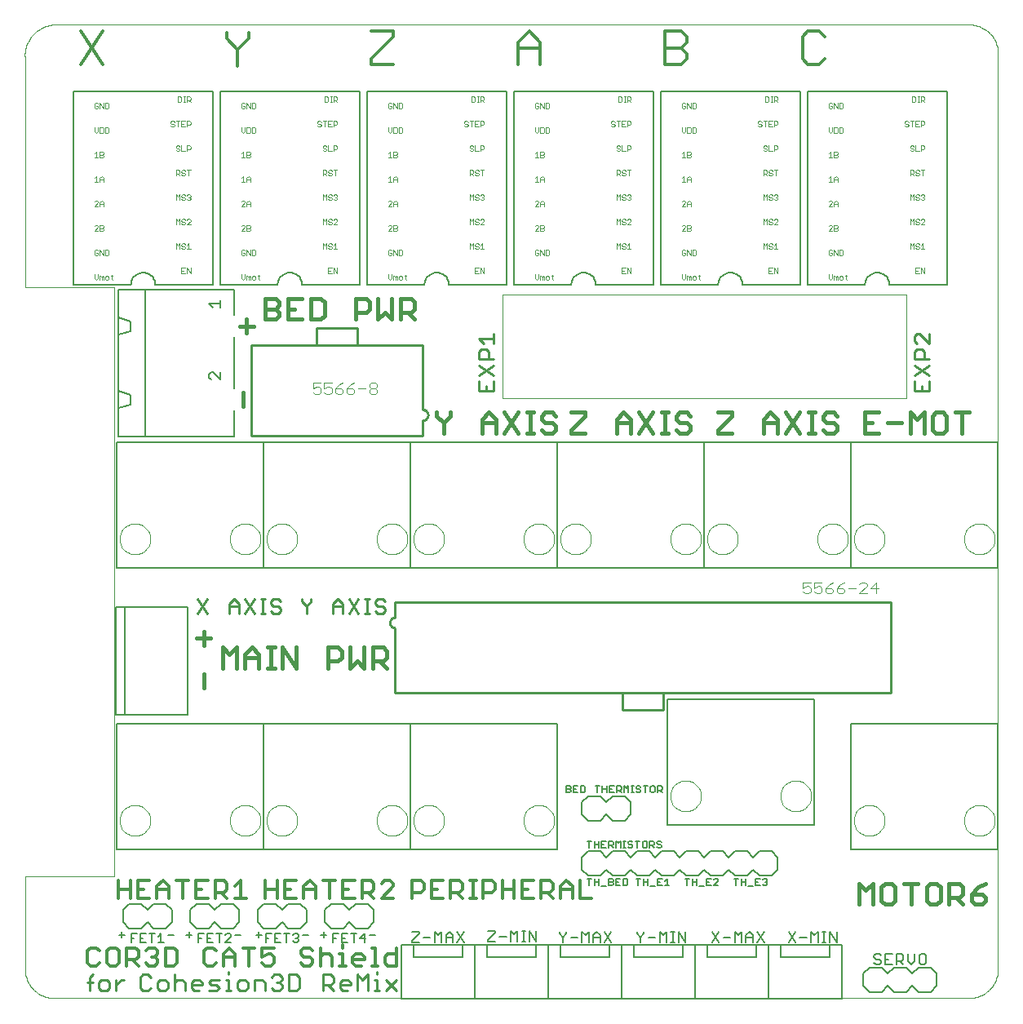
<source format=gto>
G75*
G70*
%OFA0B0*%
%FSLAX24Y24*%
%IPPOS*%
%LPD*%
%AMOC8*
5,1,8,0,0,1.08239X$1,22.5*
%
%ADD10C,0.0040*%
%ADD11C,0.0110*%
%ADD12C,0.0050*%
%ADD13C,0.0080*%
%ADD14C,0.0120*%
%ADD15C,0.0060*%
%ADD16C,0.0150*%
%ADD17C,0.0130*%
%ADD18C,0.0020*%
%ADD19C,0.0000*%
%ADD20C,0.0100*%
D10*
X001331Y000169D02*
X038733Y000169D01*
X038799Y000171D01*
X038865Y000176D01*
X038931Y000186D01*
X038996Y000199D01*
X039060Y000215D01*
X039123Y000235D01*
X039185Y000259D01*
X039245Y000286D01*
X039304Y000316D01*
X039361Y000350D01*
X039416Y000387D01*
X039469Y000427D01*
X039520Y000469D01*
X039568Y000515D01*
X039614Y000563D01*
X039656Y000614D01*
X039696Y000667D01*
X039733Y000722D01*
X039767Y000779D01*
X039797Y000838D01*
X039824Y000898D01*
X039848Y000960D01*
X039868Y001023D01*
X039884Y001087D01*
X039897Y001152D01*
X039907Y001218D01*
X039912Y001284D01*
X039914Y001350D01*
X039914Y038751D01*
X039912Y038817D01*
X039907Y038883D01*
X039897Y038949D01*
X039884Y039014D01*
X039868Y039078D01*
X039848Y039141D01*
X039824Y039203D01*
X039797Y039263D01*
X039767Y039322D01*
X039733Y039379D01*
X039696Y039434D01*
X039656Y039487D01*
X039614Y039538D01*
X039568Y039586D01*
X039520Y039632D01*
X039469Y039674D01*
X039416Y039714D01*
X039361Y039751D01*
X039304Y039785D01*
X039245Y039815D01*
X039185Y039842D01*
X039123Y039866D01*
X039060Y039886D01*
X038996Y039902D01*
X038931Y039915D01*
X038865Y039925D01*
X038799Y039930D01*
X038733Y039932D01*
X038733Y039933D02*
X001331Y039933D01*
X001331Y039932D02*
X001263Y039926D01*
X001195Y039916D01*
X001128Y039903D01*
X001062Y039886D01*
X000997Y039865D01*
X000933Y039841D01*
X000870Y039813D01*
X000809Y039782D01*
X000750Y039748D01*
X000693Y039710D01*
X000637Y039670D01*
X000584Y039626D01*
X000534Y039580D01*
X000486Y039531D01*
X000441Y039480D01*
X000398Y039426D01*
X000359Y039370D01*
X000323Y039312D01*
X000290Y039252D01*
X000260Y039191D01*
X000233Y039127D01*
X000210Y039063D01*
X000191Y038997D01*
X000175Y038931D01*
X000163Y038863D01*
X000154Y038795D01*
X000149Y038727D01*
X000148Y038659D01*
X000151Y038590D01*
X000150Y038590D02*
X000150Y029205D01*
X003792Y029205D01*
X003792Y005147D01*
X000150Y005147D01*
X000150Y001350D01*
X000152Y001284D01*
X000157Y001218D01*
X000167Y001152D01*
X000180Y001087D01*
X000196Y001023D01*
X000216Y000960D01*
X000240Y000898D01*
X000267Y000838D01*
X000297Y000779D01*
X000331Y000722D01*
X000368Y000667D01*
X000408Y000614D01*
X000450Y000563D01*
X000496Y000515D01*
X000544Y000469D01*
X000595Y000427D01*
X000648Y000387D01*
X000703Y000350D01*
X000760Y000316D01*
X000819Y000286D01*
X000879Y000259D01*
X000941Y000235D01*
X001004Y000215D01*
X001068Y000199D01*
X001133Y000186D01*
X001199Y000176D01*
X001265Y000171D01*
X001331Y000169D01*
X011997Y024839D02*
X011920Y024915D01*
X011997Y024839D02*
X012150Y024839D01*
X012227Y024915D01*
X012227Y025069D01*
X012150Y025146D01*
X012073Y025146D01*
X011920Y025069D01*
X011920Y025299D01*
X012227Y025299D01*
X012380Y025299D02*
X012380Y025069D01*
X012534Y025146D01*
X012611Y025146D01*
X012687Y025069D01*
X012687Y024915D01*
X012611Y024839D01*
X012457Y024839D01*
X012380Y024915D01*
X012380Y025299D02*
X012687Y025299D01*
X012841Y025069D02*
X013071Y025069D01*
X013148Y024992D01*
X013148Y024915D01*
X013071Y024839D01*
X012918Y024839D01*
X012841Y024915D01*
X012841Y025069D01*
X012994Y025222D01*
X013148Y025299D01*
X013301Y025069D02*
X013301Y024915D01*
X013378Y024839D01*
X013531Y024839D01*
X013608Y024915D01*
X013608Y024992D01*
X013531Y025069D01*
X013301Y025069D01*
X013455Y025222D01*
X013608Y025299D01*
X013762Y025069D02*
X014068Y025069D01*
X014222Y025146D02*
X014222Y025222D01*
X014299Y025299D01*
X014452Y025299D01*
X014529Y025222D01*
X014529Y025146D01*
X014452Y025069D01*
X014299Y025069D01*
X014222Y025146D01*
X014299Y025069D02*
X014222Y024992D01*
X014222Y024915D01*
X014299Y024839D01*
X014452Y024839D01*
X014529Y024915D01*
X014529Y024992D01*
X014452Y025069D01*
X019650Y024669D02*
X036150Y024669D01*
X036150Y028919D01*
X019650Y028919D01*
X019650Y024669D01*
X031947Y017149D02*
X031947Y016919D01*
X032101Y016996D01*
X032177Y016996D01*
X032254Y016919D01*
X032254Y016765D01*
X032177Y016689D01*
X032024Y016689D01*
X031947Y016765D01*
X031947Y017149D02*
X032254Y017149D01*
X032408Y017149D02*
X032408Y016919D01*
X032561Y016996D01*
X032638Y016996D01*
X032715Y016919D01*
X032715Y016765D01*
X032638Y016689D01*
X032484Y016689D01*
X032408Y016765D01*
X032408Y017149D02*
X032715Y017149D01*
X032868Y016919D02*
X033021Y017072D01*
X033175Y017149D01*
X033098Y016919D02*
X032868Y016919D01*
X032868Y016765D01*
X032945Y016689D01*
X033098Y016689D01*
X033175Y016765D01*
X033175Y016842D01*
X033098Y016919D01*
X033328Y016919D02*
X033559Y016919D01*
X033635Y016842D01*
X033635Y016765D01*
X033559Y016689D01*
X033405Y016689D01*
X033328Y016765D01*
X033328Y016919D01*
X033482Y017072D01*
X033635Y017149D01*
X033789Y016919D02*
X034096Y016919D01*
X034249Y017072D02*
X034326Y017149D01*
X034479Y017149D01*
X034556Y017072D01*
X034556Y016996D01*
X034249Y016689D01*
X034556Y016689D01*
X034710Y016919D02*
X034940Y017149D01*
X034940Y016689D01*
X035017Y016919D02*
X034710Y016919D01*
D11*
X036504Y024974D02*
X037095Y024974D01*
X037095Y025367D01*
X037095Y025618D02*
X036504Y026012D01*
X036504Y026263D02*
X036504Y026558D01*
X036603Y026657D01*
X036800Y026657D01*
X036898Y026558D01*
X036898Y026263D01*
X037095Y026263D02*
X036504Y026263D01*
X036603Y026907D02*
X036504Y027006D01*
X036504Y027203D01*
X036603Y027301D01*
X036701Y027301D01*
X037095Y026907D01*
X037095Y027301D01*
X037095Y026012D02*
X036504Y025618D01*
X036504Y025367D02*
X036504Y024974D01*
X036800Y024974D02*
X036800Y025171D01*
X019295Y024974D02*
X019295Y025367D01*
X019295Y025618D02*
X018704Y026012D01*
X018704Y026263D02*
X018704Y026558D01*
X018803Y026657D01*
X019000Y026657D01*
X019098Y026558D01*
X019098Y026263D01*
X019295Y026263D02*
X018704Y026263D01*
X019295Y026012D02*
X018704Y025618D01*
X018704Y025367D02*
X018704Y024974D01*
X019295Y024974D01*
X019000Y024974D02*
X019000Y025171D01*
X018901Y026907D02*
X018704Y027104D01*
X019295Y027104D01*
X019295Y026907D02*
X019295Y027301D01*
X014758Y016464D02*
X014561Y016464D01*
X014463Y016366D01*
X014463Y016267D01*
X014561Y016169D01*
X014758Y016169D01*
X014857Y016071D01*
X014857Y015972D01*
X014758Y015874D01*
X014561Y015874D01*
X014463Y015972D01*
X014230Y015874D02*
X014033Y015874D01*
X014132Y015874D02*
X014132Y016464D01*
X014230Y016464D02*
X014033Y016464D01*
X013782Y016464D02*
X013389Y015874D01*
X013138Y015874D02*
X013138Y016267D01*
X012941Y016464D01*
X012744Y016267D01*
X012744Y015874D01*
X012744Y016169D02*
X013138Y016169D01*
X013389Y016464D02*
X013782Y015874D01*
X014758Y016464D02*
X014857Y016366D01*
X011849Y016366D02*
X011849Y016464D01*
X011849Y016366D02*
X011652Y016169D01*
X011652Y015874D01*
X011652Y016169D02*
X011455Y016366D01*
X011455Y016464D01*
X010607Y016366D02*
X010508Y016464D01*
X010311Y016464D01*
X010213Y016366D01*
X010213Y016267D01*
X010311Y016169D01*
X010508Y016169D01*
X010607Y016071D01*
X010607Y015972D01*
X010508Y015874D01*
X010311Y015874D01*
X010213Y015972D01*
X009980Y015874D02*
X009783Y015874D01*
X009882Y015874D02*
X009882Y016464D01*
X009980Y016464D02*
X009783Y016464D01*
X009532Y016464D02*
X009139Y015874D01*
X008888Y015874D02*
X008888Y016267D01*
X008691Y016464D01*
X008494Y016267D01*
X008494Y015874D01*
X008494Y016169D02*
X008888Y016169D01*
X009139Y016464D02*
X009532Y015874D01*
X007599Y015874D02*
X007205Y016464D01*
X007599Y016464D02*
X007205Y015874D01*
X008462Y001233D02*
X008462Y001124D01*
X008462Y000907D02*
X008462Y000474D01*
X008354Y000474D02*
X008571Y000474D01*
X008821Y000582D02*
X008929Y000474D01*
X009146Y000474D01*
X009254Y000582D01*
X009254Y000799D01*
X009146Y000907D01*
X008929Y000907D01*
X008821Y000799D01*
X008821Y000582D01*
X008462Y000907D02*
X008354Y000907D01*
X008088Y000907D02*
X007763Y000907D01*
X007654Y000799D01*
X007763Y000691D01*
X007979Y000691D01*
X008088Y000582D01*
X007979Y000474D01*
X007654Y000474D01*
X007388Y000691D02*
X006954Y000691D01*
X006954Y000799D02*
X007063Y000907D01*
X007280Y000907D01*
X007388Y000799D01*
X007388Y000691D01*
X007280Y000474D02*
X007063Y000474D01*
X006954Y000582D01*
X006954Y000799D01*
X006688Y000799D02*
X006580Y000907D01*
X006363Y000907D01*
X006255Y000799D01*
X005989Y000799D02*
X005880Y000907D01*
X005663Y000907D01*
X005555Y000799D01*
X005555Y000582D01*
X005663Y000474D01*
X005880Y000474D01*
X005989Y000582D01*
X005989Y000799D01*
X006255Y001124D02*
X006255Y000474D01*
X006688Y000474D02*
X006688Y000799D01*
X005289Y000582D02*
X005180Y000474D01*
X004963Y000474D01*
X004855Y000582D01*
X004855Y001016D01*
X004963Y001124D01*
X005180Y001124D01*
X005289Y001016D01*
X004197Y000907D02*
X004088Y000907D01*
X003871Y000691D01*
X003871Y000907D02*
X003871Y000474D01*
X003605Y000582D02*
X003605Y000799D01*
X003497Y000907D01*
X003280Y000907D01*
X003172Y000799D01*
X003172Y000582D01*
X003280Y000474D01*
X003497Y000474D01*
X003605Y000582D01*
X002922Y000799D02*
X002705Y000799D01*
X002813Y001016D02*
X002813Y000474D01*
X002813Y001016D02*
X002922Y001124D01*
X009520Y000907D02*
X009520Y000474D01*
X009520Y000907D02*
X009846Y000907D01*
X009954Y000799D01*
X009954Y000474D01*
X010220Y000582D02*
X010329Y000474D01*
X010545Y000474D01*
X010654Y000582D01*
X010654Y000691D01*
X010545Y000799D01*
X010437Y000799D01*
X010545Y000799D02*
X010654Y000907D01*
X010654Y001016D01*
X010545Y001124D01*
X010329Y001124D01*
X010220Y001016D01*
X010920Y001124D02*
X010920Y000474D01*
X011245Y000474D01*
X011354Y000582D01*
X011354Y001016D01*
X011245Y001124D01*
X010920Y001124D01*
X012320Y001124D02*
X012320Y000474D01*
X012320Y000691D02*
X012645Y000691D01*
X012753Y000799D01*
X012753Y001016D01*
X012645Y001124D01*
X012320Y001124D01*
X012536Y000691D02*
X012753Y000474D01*
X013019Y000582D02*
X013019Y000799D01*
X013128Y000907D01*
X013345Y000907D01*
X013453Y000799D01*
X013453Y000691D01*
X013019Y000691D01*
X013019Y000582D02*
X013128Y000474D01*
X013345Y000474D01*
X013719Y000474D02*
X013719Y001124D01*
X013936Y000907D01*
X014153Y001124D01*
X014153Y000474D01*
X014419Y000474D02*
X014636Y000474D01*
X014527Y000474D02*
X014527Y000907D01*
X014419Y000907D01*
X014527Y001124D02*
X014527Y001233D01*
X014885Y000907D02*
X015319Y000474D01*
X015319Y000907D02*
X014885Y000474D01*
D12*
X015524Y000125D02*
X018524Y000125D01*
X021524Y000125D01*
X024524Y000125D01*
X027524Y000125D01*
X030524Y000125D01*
X033524Y000125D01*
X033524Y002325D01*
X033024Y002325D01*
X033024Y001825D01*
X031024Y001825D01*
X031024Y002325D01*
X033024Y002325D01*
X031024Y002325D02*
X030524Y002325D01*
X030524Y000125D01*
X030524Y002325D01*
X030024Y002325D01*
X030024Y001825D01*
X028024Y001825D01*
X028024Y002325D01*
X030024Y002325D01*
X028024Y002325D02*
X027524Y002325D01*
X027524Y000125D01*
X027524Y002325D01*
X027024Y002325D01*
X027024Y001825D01*
X025024Y001825D01*
X025024Y002325D01*
X027024Y002325D01*
X025024Y002325D02*
X024524Y002325D01*
X024524Y000125D01*
X024524Y002325D01*
X024024Y002325D01*
X024024Y001825D01*
X022024Y001825D01*
X022024Y002325D01*
X024024Y002325D01*
X022024Y002325D02*
X021524Y002325D01*
X021524Y000125D01*
X021524Y002325D01*
X021024Y002325D01*
X021024Y001825D01*
X019024Y001825D01*
X019024Y002325D01*
X021024Y002325D01*
X019024Y002325D02*
X018524Y002325D01*
X018524Y000125D01*
X018524Y002325D01*
X018024Y002325D01*
X018024Y001825D01*
X016024Y001825D01*
X016024Y002325D01*
X018024Y002325D01*
X016024Y002325D02*
X015524Y002325D01*
X015524Y000125D01*
X023212Y004768D02*
X023212Y005038D01*
X023122Y005038D02*
X023302Y005038D01*
X023416Y005038D02*
X023416Y004768D01*
X023416Y004903D02*
X023596Y004903D01*
X023596Y005038D02*
X023596Y004768D01*
X023711Y004723D02*
X023891Y004723D01*
X024006Y004768D02*
X024141Y004768D01*
X024186Y004813D01*
X024186Y004858D01*
X024141Y004903D01*
X024006Y004903D01*
X024141Y004903D02*
X024186Y004948D01*
X024186Y004993D01*
X024141Y005038D01*
X024006Y005038D01*
X024006Y004768D01*
X024300Y004768D02*
X024300Y005038D01*
X024480Y005038D01*
X024595Y005038D02*
X024595Y004768D01*
X024730Y004768D01*
X024775Y004813D01*
X024775Y004993D01*
X024730Y005038D01*
X024595Y005038D01*
X024390Y004903D02*
X024300Y004903D01*
X024300Y004768D02*
X024480Y004768D01*
X025122Y005038D02*
X025302Y005038D01*
X025212Y005038D02*
X025212Y004768D01*
X025416Y004768D02*
X025416Y005038D01*
X025416Y004903D02*
X025596Y004903D01*
X025596Y005038D02*
X025596Y004768D01*
X025711Y004723D02*
X025891Y004723D01*
X026006Y004768D02*
X026186Y004768D01*
X026300Y004768D02*
X026480Y004768D01*
X026390Y004768D02*
X026390Y005038D01*
X026300Y004948D01*
X026186Y005038D02*
X026006Y005038D01*
X026006Y004768D01*
X026006Y004903D02*
X026096Y004903D01*
X027122Y005038D02*
X027302Y005038D01*
X027212Y005038D02*
X027212Y004768D01*
X027416Y004768D02*
X027416Y005038D01*
X027416Y004903D02*
X027596Y004903D01*
X027596Y005038D02*
X027596Y004768D01*
X027711Y004723D02*
X027891Y004723D01*
X028006Y004768D02*
X028186Y004768D01*
X028300Y004768D02*
X028480Y004948D01*
X028480Y004993D01*
X028435Y005038D01*
X028345Y005038D01*
X028300Y004993D01*
X028186Y005038D02*
X028006Y005038D01*
X028006Y004768D01*
X028006Y004903D02*
X028096Y004903D01*
X028300Y004768D02*
X028480Y004768D01*
X029122Y005038D02*
X029302Y005038D01*
X029212Y005038D02*
X029212Y004768D01*
X029416Y004768D02*
X029416Y005038D01*
X029416Y004903D02*
X029596Y004903D01*
X029596Y005038D02*
X029596Y004768D01*
X029711Y004723D02*
X029891Y004723D01*
X030006Y004768D02*
X030186Y004768D01*
X030300Y004813D02*
X030345Y004768D01*
X030435Y004768D01*
X030480Y004813D01*
X030480Y004858D01*
X030435Y004903D01*
X030390Y004903D01*
X030435Y004903D02*
X030480Y004948D01*
X030480Y004993D01*
X030435Y005038D01*
X030345Y005038D01*
X030300Y004993D01*
X030186Y005038D02*
X030006Y005038D01*
X030006Y004768D01*
X030006Y004903D02*
X030096Y004903D01*
X026153Y006352D02*
X026108Y006307D01*
X026018Y006307D01*
X025973Y006352D01*
X026018Y006442D02*
X026108Y006442D01*
X026153Y006397D01*
X026153Y006352D01*
X026018Y006442D02*
X025973Y006487D01*
X025973Y006532D01*
X026018Y006577D01*
X026108Y006577D01*
X026153Y006532D01*
X025858Y006532D02*
X025858Y006442D01*
X025813Y006397D01*
X025678Y006397D01*
X025768Y006397D02*
X025858Y006307D01*
X025678Y006307D02*
X025678Y006577D01*
X025813Y006577D01*
X025858Y006532D01*
X025563Y006532D02*
X025563Y006352D01*
X025518Y006307D01*
X025428Y006307D01*
X025383Y006352D01*
X025383Y006532D01*
X025428Y006577D01*
X025518Y006577D01*
X025563Y006532D01*
X025269Y006577D02*
X025089Y006577D01*
X025179Y006577D02*
X025179Y006307D01*
X024974Y006352D02*
X024929Y006307D01*
X024839Y006307D01*
X024794Y006352D01*
X024839Y006442D02*
X024929Y006442D01*
X024974Y006397D01*
X024974Y006352D01*
X024839Y006442D02*
X024794Y006487D01*
X024794Y006532D01*
X024839Y006577D01*
X024929Y006577D01*
X024974Y006532D01*
X024688Y006577D02*
X024598Y006577D01*
X024643Y006577D02*
X024643Y006307D01*
X024598Y006307D02*
X024688Y006307D01*
X024483Y006307D02*
X024483Y006577D01*
X024393Y006487D01*
X024303Y006577D01*
X024303Y006307D01*
X024188Y006307D02*
X024098Y006397D01*
X024143Y006397D02*
X024008Y006397D01*
X024008Y006307D02*
X024008Y006577D01*
X024143Y006577D01*
X024188Y006532D01*
X024188Y006442D01*
X024143Y006397D01*
X023894Y006307D02*
X023714Y006307D01*
X023714Y006577D01*
X023894Y006577D01*
X023804Y006442D02*
X023714Y006442D01*
X023599Y006442D02*
X023419Y006442D01*
X023419Y006307D02*
X023419Y006577D01*
X023304Y006577D02*
X023124Y006577D01*
X023214Y006577D02*
X023214Y006307D01*
X023599Y006307D02*
X023599Y006577D01*
X023543Y008557D02*
X023543Y008827D01*
X023453Y008827D02*
X023633Y008827D01*
X023748Y008827D02*
X023748Y008557D01*
X023748Y008692D02*
X023928Y008692D01*
X024042Y008692D02*
X024132Y008692D01*
X024042Y008827D02*
X024042Y008557D01*
X024222Y008557D01*
X024337Y008557D02*
X024337Y008827D01*
X024472Y008827D01*
X024517Y008782D01*
X024517Y008692D01*
X024472Y008647D01*
X024337Y008647D01*
X024427Y008647D02*
X024517Y008557D01*
X024632Y008557D02*
X024632Y008827D01*
X024722Y008737D01*
X024812Y008827D01*
X024812Y008557D01*
X024926Y008557D02*
X025016Y008557D01*
X024971Y008557D02*
X024971Y008827D01*
X024926Y008827D02*
X025016Y008827D01*
X025123Y008782D02*
X025123Y008737D01*
X025168Y008692D01*
X025258Y008692D01*
X025303Y008647D01*
X025303Y008602D01*
X025258Y008557D01*
X025168Y008557D01*
X025123Y008602D01*
X025123Y008782D02*
X025168Y008827D01*
X025258Y008827D01*
X025303Y008782D01*
X025417Y008827D02*
X025597Y008827D01*
X025507Y008827D02*
X025507Y008557D01*
X025712Y008602D02*
X025757Y008557D01*
X025847Y008557D01*
X025892Y008602D01*
X025892Y008782D01*
X025847Y008827D01*
X025757Y008827D01*
X025712Y008782D01*
X025712Y008602D01*
X026007Y008647D02*
X026142Y008647D01*
X026187Y008692D01*
X026187Y008782D01*
X026142Y008827D01*
X026007Y008827D01*
X026007Y008557D01*
X026097Y008647D02*
X026187Y008557D01*
X024222Y008827D02*
X024042Y008827D01*
X023928Y008827D02*
X023928Y008557D01*
X023044Y008602D02*
X023044Y008782D01*
X022999Y008827D01*
X022864Y008827D01*
X022864Y008557D01*
X022999Y008557D01*
X023044Y008602D01*
X022749Y008557D02*
X022569Y008557D01*
X022569Y008827D01*
X022749Y008827D01*
X022659Y008692D02*
X022569Y008692D01*
X022454Y008737D02*
X022409Y008692D01*
X022274Y008692D01*
X022274Y008827D02*
X022409Y008827D01*
X022454Y008782D01*
X022454Y008737D01*
X022409Y008692D02*
X022454Y008647D01*
X022454Y008602D01*
X022409Y008557D01*
X022274Y008557D01*
X022274Y008827D01*
X008125Y025421D02*
X007825Y025721D01*
X007750Y025721D01*
X007675Y025646D01*
X007675Y025496D01*
X007750Y025421D01*
X008125Y025421D02*
X008125Y025721D01*
X008125Y028371D02*
X008125Y028671D01*
X008125Y028521D02*
X007675Y028521D01*
X007825Y028371D01*
D13*
X009900Y022856D02*
X003900Y022856D01*
X003900Y017738D01*
X009900Y017738D01*
X015900Y017738D01*
X021900Y017738D01*
X027900Y017738D01*
X033900Y017738D01*
X039900Y017738D01*
X039900Y022856D01*
X033900Y022856D01*
X033900Y017738D01*
X033900Y022856D01*
X027900Y022856D01*
X027900Y017738D01*
X027900Y022856D01*
X021900Y022856D01*
X021900Y017738D01*
X021900Y022856D01*
X015900Y022856D01*
X015900Y017738D01*
X015900Y022856D01*
X009900Y022856D01*
X009900Y017738D01*
X009900Y022856D01*
X006804Y016139D02*
X004244Y016139D01*
X004244Y011730D01*
X003851Y011730D01*
X003851Y016139D01*
X004244Y016139D01*
X006804Y016139D02*
X006804Y011730D01*
X004244Y011730D01*
X003900Y011356D02*
X003900Y006238D01*
X009900Y006238D01*
X015900Y006238D01*
X021900Y006238D01*
X021900Y011356D01*
X015900Y011356D01*
X015900Y006238D01*
X015900Y011356D01*
X009900Y011356D01*
X009900Y006238D01*
X009900Y011356D01*
X003900Y011356D01*
X004400Y004019D02*
X004150Y003769D01*
X004150Y003269D01*
X004400Y003019D01*
X004900Y003019D01*
X005150Y003269D01*
X005400Y003019D01*
X005900Y003019D01*
X006150Y003269D01*
X006150Y003769D01*
X005900Y004019D01*
X005400Y004019D01*
X005150Y003769D01*
X004900Y004019D01*
X004400Y004019D01*
X006900Y003769D02*
X006900Y003269D01*
X007150Y003019D01*
X007650Y003019D01*
X007900Y003269D01*
X008150Y003019D01*
X008650Y003019D01*
X008900Y003269D01*
X008900Y003769D01*
X008650Y004019D01*
X008150Y004019D01*
X007900Y003769D01*
X007650Y004019D01*
X007150Y004019D01*
X006900Y003769D01*
X009650Y003769D02*
X009650Y003269D01*
X009900Y003019D01*
X010400Y003019D01*
X010650Y003269D01*
X010900Y003019D01*
X011400Y003019D01*
X011650Y003269D01*
X011650Y003769D01*
X011400Y004019D01*
X010900Y004019D01*
X010650Y003769D01*
X010400Y004019D01*
X009900Y004019D01*
X009650Y003769D01*
X012400Y003769D02*
X012400Y003269D01*
X012650Y003019D01*
X013150Y003019D01*
X013400Y003269D01*
X013650Y003019D01*
X014150Y003019D01*
X014400Y003269D01*
X014400Y003769D01*
X014150Y004019D01*
X013650Y004019D01*
X013400Y003769D01*
X013150Y004019D01*
X012650Y004019D01*
X012400Y003769D01*
X015971Y002863D02*
X016251Y002863D01*
X016251Y002793D01*
X015971Y002513D01*
X015971Y002443D01*
X016251Y002443D01*
X016431Y002653D02*
X016711Y002653D01*
X016891Y002443D02*
X016891Y002863D01*
X017032Y002723D01*
X017172Y002863D01*
X017172Y002443D01*
X017352Y002443D02*
X017352Y002723D01*
X017492Y002863D01*
X017632Y002723D01*
X017632Y002443D01*
X017812Y002443D02*
X018093Y002863D01*
X017812Y002863D02*
X018093Y002443D01*
X017632Y002653D02*
X017352Y002653D01*
X019075Y002544D02*
X019075Y002474D01*
X019356Y002474D01*
X019536Y002684D02*
X019816Y002684D01*
X019996Y002474D02*
X019996Y002895D01*
X020136Y002754D01*
X020276Y002895D01*
X020276Y002474D01*
X020457Y002474D02*
X020597Y002474D01*
X020527Y002474D02*
X020527Y002895D01*
X020457Y002895D02*
X020597Y002895D01*
X020764Y002895D02*
X021044Y002474D01*
X021044Y002895D01*
X020764Y002895D02*
X020764Y002474D01*
X021991Y002793D02*
X022131Y002653D01*
X022131Y002443D01*
X022131Y002653D02*
X022272Y002793D01*
X022272Y002863D01*
X022452Y002653D02*
X022732Y002653D01*
X022912Y002443D02*
X022912Y002863D01*
X023052Y002723D01*
X023192Y002863D01*
X023192Y002443D01*
X023373Y002443D02*
X023373Y002723D01*
X023513Y002863D01*
X023653Y002723D01*
X023653Y002443D01*
X023833Y002443D02*
X024113Y002863D01*
X023833Y002863D02*
X024113Y002443D01*
X023653Y002653D02*
X023373Y002653D01*
X021991Y002793D02*
X021991Y002863D01*
X023150Y005169D02*
X023650Y005169D01*
X023900Y005419D01*
X024150Y005169D01*
X024650Y005169D01*
X024900Y005419D01*
X025150Y005169D01*
X025650Y005169D01*
X025900Y005419D01*
X026150Y005169D01*
X026650Y005169D01*
X026900Y005419D01*
X027150Y005169D01*
X027650Y005169D01*
X027900Y005419D01*
X028150Y005169D01*
X028650Y005169D01*
X028900Y005419D01*
X029150Y005169D01*
X029650Y005169D01*
X029900Y005419D01*
X030150Y005169D01*
X030650Y005169D01*
X030900Y005419D01*
X030900Y005919D01*
X030650Y006169D01*
X030150Y006169D01*
X029900Y005919D01*
X029650Y006169D01*
X029150Y006169D01*
X028900Y005919D01*
X028650Y006169D01*
X028150Y006169D01*
X027900Y005919D01*
X027650Y006169D01*
X027150Y006169D01*
X026900Y005919D01*
X026650Y006169D01*
X026150Y006169D01*
X025900Y005919D01*
X025650Y006169D01*
X025150Y006169D01*
X024900Y005919D01*
X024650Y006169D01*
X024150Y006169D01*
X023900Y005919D01*
X023650Y006169D01*
X023150Y006169D01*
X022900Y005919D01*
X022900Y005419D01*
X023150Y005169D01*
X025167Y002863D02*
X025167Y002793D01*
X025307Y002653D01*
X025307Y002443D01*
X025307Y002653D02*
X025448Y002793D01*
X025448Y002863D01*
X025628Y002653D02*
X025908Y002653D01*
X026088Y002443D02*
X026088Y002863D01*
X026228Y002723D01*
X026368Y002863D01*
X026368Y002443D01*
X026549Y002443D02*
X026689Y002443D01*
X026619Y002443D02*
X026619Y002863D01*
X026549Y002863D02*
X026689Y002863D01*
X026855Y002863D02*
X027136Y002443D01*
X027136Y002863D01*
X026855Y002863D02*
X026855Y002443D01*
X028231Y002443D02*
X028511Y002863D01*
X028691Y002653D02*
X028971Y002653D01*
X029152Y002443D02*
X029152Y002863D01*
X029292Y002723D01*
X029432Y002863D01*
X029432Y002443D01*
X029612Y002443D02*
X029612Y002723D01*
X029752Y002863D01*
X029892Y002723D01*
X029892Y002443D01*
X030072Y002443D02*
X030353Y002863D01*
X030072Y002863D02*
X030353Y002443D01*
X029892Y002653D02*
X029612Y002653D01*
X028511Y002443D02*
X028231Y002863D01*
X031351Y002863D02*
X031631Y002443D01*
X031811Y002653D02*
X032091Y002653D01*
X032271Y002443D02*
X032271Y002863D01*
X032411Y002723D01*
X032552Y002863D01*
X032552Y002443D01*
X032732Y002443D02*
X032872Y002443D01*
X032802Y002443D02*
X032802Y002863D01*
X032732Y002863D02*
X032872Y002863D01*
X033039Y002863D02*
X033319Y002443D01*
X033319Y002863D01*
X033039Y002863D02*
X033039Y002443D01*
X031631Y002863D02*
X031351Y002443D01*
X034400Y001169D02*
X034400Y000669D01*
X034650Y000419D01*
X035150Y000419D01*
X035400Y000669D01*
X035650Y000419D01*
X036150Y000419D01*
X036400Y000669D01*
X036650Y000419D01*
X037150Y000419D01*
X037400Y000669D01*
X037400Y001169D01*
X037150Y001419D01*
X036650Y001419D01*
X036400Y001169D01*
X036150Y001419D01*
X035650Y001419D01*
X035400Y001169D01*
X035150Y001419D01*
X034650Y001419D01*
X034400Y001169D01*
X034847Y001613D02*
X034917Y001543D01*
X035057Y001543D01*
X035127Y001613D01*
X035127Y001683D01*
X035057Y001753D01*
X034917Y001753D01*
X034847Y001823D01*
X034847Y001893D01*
X034917Y001963D01*
X035057Y001963D01*
X035127Y001893D01*
X035307Y001963D02*
X035307Y001543D01*
X035588Y001543D01*
X035768Y001543D02*
X035768Y001963D01*
X035978Y001963D01*
X036048Y001893D01*
X036048Y001753D01*
X035978Y001683D01*
X035768Y001683D01*
X035908Y001683D02*
X036048Y001543D01*
X036228Y001683D02*
X036368Y001543D01*
X036509Y001683D01*
X036509Y001963D01*
X036689Y001893D02*
X036689Y001613D01*
X036759Y001543D01*
X036899Y001543D01*
X036969Y001613D01*
X036969Y001893D01*
X036899Y001963D01*
X036759Y001963D01*
X036689Y001893D01*
X036228Y001963D02*
X036228Y001683D01*
X035588Y001963D02*
X035307Y001963D01*
X035307Y001753D02*
X035448Y001753D01*
X033900Y006238D02*
X039900Y006238D01*
X039900Y011356D01*
X033900Y011356D01*
X033900Y006238D01*
X032400Y007238D02*
X032400Y012356D01*
X026400Y012356D01*
X026400Y007238D01*
X032400Y007238D01*
X024900Y007669D02*
X024650Y007419D01*
X024150Y007419D01*
X023900Y007669D01*
X023650Y007419D01*
X023150Y007419D01*
X022900Y007669D01*
X022900Y008169D01*
X023150Y008419D01*
X023650Y008419D01*
X023900Y008169D01*
X024150Y008419D01*
X024650Y008419D01*
X024900Y008169D01*
X024900Y007669D01*
X019356Y002895D02*
X019356Y002825D01*
X019075Y002544D01*
X019075Y002895D02*
X019356Y002895D01*
D14*
X020291Y038291D02*
X020291Y039212D01*
X020752Y039672D01*
X021212Y039212D01*
X021212Y038291D01*
X021212Y038982D02*
X020291Y038982D01*
X015212Y039442D02*
X014291Y038521D01*
X014291Y038291D01*
X015212Y038291D01*
X015212Y039442D02*
X015212Y039672D01*
X014291Y039672D01*
X009306Y039610D02*
X009306Y039380D01*
X008845Y038919D01*
X008845Y038229D01*
X008845Y038919D02*
X008385Y039380D01*
X008385Y039610D01*
X003337Y039672D02*
X002416Y038291D01*
X003337Y038291D02*
X002416Y039672D01*
X026291Y039672D02*
X026291Y038291D01*
X026982Y038291D01*
X027212Y038521D01*
X027212Y038752D01*
X026982Y038982D01*
X026291Y038982D01*
X026982Y038982D02*
X027212Y039212D01*
X027212Y039442D01*
X026982Y039672D01*
X026291Y039672D01*
X031916Y039442D02*
X031916Y038521D01*
X032146Y038291D01*
X032607Y038291D01*
X032837Y038521D01*
X032837Y039442D02*
X032607Y039672D01*
X032146Y039672D01*
X031916Y039442D01*
D15*
X031828Y037200D02*
X031828Y029300D01*
X029478Y029300D01*
X029476Y029344D01*
X029470Y029387D01*
X029461Y029429D01*
X029448Y029471D01*
X029431Y029511D01*
X029411Y029550D01*
X029388Y029587D01*
X029361Y029621D01*
X029332Y029654D01*
X029299Y029683D01*
X029265Y029710D01*
X029228Y029733D01*
X029189Y029753D01*
X029149Y029770D01*
X029107Y029783D01*
X029065Y029792D01*
X029022Y029798D01*
X028978Y029800D01*
X028934Y029798D01*
X028891Y029792D01*
X028849Y029783D01*
X028807Y029770D01*
X028767Y029753D01*
X028728Y029733D01*
X028691Y029710D01*
X028657Y029683D01*
X028624Y029654D01*
X028595Y029621D01*
X028568Y029587D01*
X028545Y029550D01*
X028525Y029511D01*
X028508Y029471D01*
X028495Y029429D01*
X028486Y029387D01*
X028480Y029344D01*
X028478Y029300D01*
X026128Y029300D01*
X026128Y037200D01*
X031828Y037200D01*
X032128Y037200D02*
X032128Y029300D01*
X034478Y029300D01*
X034480Y029344D01*
X034486Y029387D01*
X034495Y029429D01*
X034508Y029471D01*
X034525Y029511D01*
X034545Y029550D01*
X034568Y029587D01*
X034595Y029621D01*
X034624Y029654D01*
X034657Y029683D01*
X034691Y029710D01*
X034728Y029733D01*
X034767Y029753D01*
X034807Y029770D01*
X034849Y029783D01*
X034891Y029792D01*
X034934Y029798D01*
X034978Y029800D01*
X035022Y029798D01*
X035065Y029792D01*
X035107Y029783D01*
X035149Y029770D01*
X035189Y029753D01*
X035228Y029733D01*
X035265Y029710D01*
X035299Y029683D01*
X035332Y029654D01*
X035361Y029621D01*
X035388Y029587D01*
X035411Y029550D01*
X035431Y029511D01*
X035448Y029471D01*
X035461Y029429D01*
X035470Y029387D01*
X035476Y029344D01*
X035478Y029300D01*
X037828Y029300D01*
X037828Y037200D01*
X032128Y037200D01*
X025828Y037200D02*
X025828Y029300D01*
X023478Y029300D01*
X023476Y029344D01*
X023470Y029387D01*
X023461Y029429D01*
X023448Y029471D01*
X023431Y029511D01*
X023411Y029550D01*
X023388Y029587D01*
X023361Y029621D01*
X023332Y029654D01*
X023299Y029683D01*
X023265Y029710D01*
X023228Y029733D01*
X023189Y029753D01*
X023149Y029770D01*
X023107Y029783D01*
X023065Y029792D01*
X023022Y029798D01*
X022978Y029800D01*
X022934Y029798D01*
X022891Y029792D01*
X022849Y029783D01*
X022807Y029770D01*
X022767Y029753D01*
X022728Y029733D01*
X022691Y029710D01*
X022657Y029683D01*
X022624Y029654D01*
X022595Y029621D01*
X022568Y029587D01*
X022545Y029550D01*
X022525Y029511D01*
X022508Y029471D01*
X022495Y029429D01*
X022486Y029387D01*
X022480Y029344D01*
X022478Y029300D01*
X020128Y029300D01*
X020128Y037200D01*
X025828Y037200D01*
X019828Y037200D02*
X019828Y029300D01*
X017478Y029300D01*
X017476Y029344D01*
X017470Y029387D01*
X017461Y029429D01*
X017448Y029471D01*
X017431Y029511D01*
X017411Y029550D01*
X017388Y029587D01*
X017361Y029621D01*
X017332Y029654D01*
X017299Y029683D01*
X017265Y029710D01*
X017228Y029733D01*
X017189Y029753D01*
X017149Y029770D01*
X017107Y029783D01*
X017065Y029792D01*
X017022Y029798D01*
X016978Y029800D01*
X016934Y029798D01*
X016891Y029792D01*
X016849Y029783D01*
X016807Y029770D01*
X016767Y029753D01*
X016728Y029733D01*
X016691Y029710D01*
X016657Y029683D01*
X016624Y029654D01*
X016595Y029621D01*
X016568Y029587D01*
X016545Y029550D01*
X016525Y029511D01*
X016508Y029471D01*
X016495Y029429D01*
X016486Y029387D01*
X016480Y029344D01*
X016478Y029300D01*
X014128Y029300D01*
X014128Y037200D01*
X019828Y037200D01*
X013828Y037200D02*
X013828Y029300D01*
X011478Y029300D01*
X011476Y029344D01*
X011470Y029387D01*
X011461Y029429D01*
X011448Y029471D01*
X011431Y029511D01*
X011411Y029550D01*
X011388Y029587D01*
X011361Y029621D01*
X011332Y029654D01*
X011299Y029683D01*
X011265Y029710D01*
X011228Y029733D01*
X011189Y029753D01*
X011149Y029770D01*
X011107Y029783D01*
X011065Y029792D01*
X011022Y029798D01*
X010978Y029800D01*
X010934Y029798D01*
X010891Y029792D01*
X010849Y029783D01*
X010807Y029770D01*
X010767Y029753D01*
X010728Y029733D01*
X010691Y029710D01*
X010657Y029683D01*
X010624Y029654D01*
X010595Y029621D01*
X010568Y029587D01*
X010545Y029550D01*
X010525Y029511D01*
X010508Y029471D01*
X010495Y029429D01*
X010486Y029387D01*
X010480Y029344D01*
X010478Y029300D01*
X008128Y029300D01*
X008128Y037200D01*
X013828Y037200D01*
X007831Y037200D02*
X007831Y029300D01*
X005481Y029300D01*
X005050Y029106D02*
X003950Y029106D01*
X003950Y023106D01*
X005050Y023106D01*
X008700Y023106D01*
X008700Y024156D01*
X008700Y025056D02*
X008700Y027156D01*
X008700Y028056D02*
X008700Y029106D01*
X005050Y029106D01*
X005050Y023106D01*
X004450Y024406D02*
X003950Y024256D01*
X003950Y024956D02*
X004450Y024806D01*
X004450Y024406D01*
X003950Y027256D02*
X004450Y027406D01*
X004450Y027806D01*
X003950Y027956D01*
X004481Y029300D02*
X002131Y029300D01*
X002131Y037200D01*
X007831Y037200D01*
X005481Y029300D02*
X005479Y029344D01*
X005473Y029387D01*
X005464Y029429D01*
X005451Y029471D01*
X005434Y029511D01*
X005414Y029550D01*
X005391Y029587D01*
X005364Y029621D01*
X005335Y029654D01*
X005302Y029683D01*
X005268Y029710D01*
X005231Y029733D01*
X005192Y029753D01*
X005152Y029770D01*
X005110Y029783D01*
X005068Y029792D01*
X005025Y029798D01*
X004981Y029800D01*
X004937Y029798D01*
X004894Y029792D01*
X004852Y029783D01*
X004810Y029770D01*
X004770Y029753D01*
X004731Y029733D01*
X004694Y029710D01*
X004660Y029683D01*
X004627Y029654D01*
X004598Y029621D01*
X004571Y029587D01*
X004548Y029550D01*
X004528Y029511D01*
X004511Y029471D01*
X004498Y029429D01*
X004489Y029387D01*
X004483Y029344D01*
X004481Y029300D01*
X004106Y002857D02*
X004106Y002630D01*
X003993Y002744D02*
X004219Y002744D01*
X004493Y002789D02*
X004719Y002789D01*
X004861Y002789D02*
X004861Y002449D01*
X005088Y002449D01*
X004974Y002619D02*
X004861Y002619D01*
X004861Y002789D02*
X005088Y002789D01*
X005229Y002789D02*
X005456Y002789D01*
X005343Y002789D02*
X005343Y002449D01*
X005597Y002449D02*
X005824Y002449D01*
X005711Y002449D02*
X005711Y002789D01*
X005597Y002676D01*
X005993Y002744D02*
X006219Y002744D01*
X006743Y002744D02*
X006969Y002744D01*
X006856Y002857D02*
X006856Y002630D01*
X007243Y002619D02*
X007356Y002619D01*
X007243Y002789D02*
X007469Y002789D01*
X007611Y002789D02*
X007611Y002449D01*
X007838Y002449D01*
X007724Y002619D02*
X007611Y002619D01*
X007611Y002789D02*
X007838Y002789D01*
X007979Y002789D02*
X008206Y002789D01*
X008093Y002789D02*
X008093Y002449D01*
X008347Y002449D02*
X008574Y002676D01*
X008574Y002732D01*
X008518Y002789D01*
X008404Y002789D01*
X008347Y002732D01*
X008347Y002449D02*
X008574Y002449D01*
X008743Y002744D02*
X008969Y002744D01*
X009593Y002744D02*
X009819Y002744D01*
X009706Y002857D02*
X009706Y002630D01*
X009993Y002619D02*
X010106Y002619D01*
X009993Y002789D02*
X010219Y002789D01*
X010361Y002789D02*
X010361Y002449D01*
X010588Y002449D01*
X010474Y002619D02*
X010361Y002619D01*
X010361Y002789D02*
X010588Y002789D01*
X010729Y002789D02*
X010956Y002789D01*
X010843Y002789D02*
X010843Y002449D01*
X011097Y002505D02*
X011154Y002449D01*
X011268Y002449D01*
X011324Y002505D01*
X011324Y002562D01*
X011268Y002619D01*
X011211Y002619D01*
X011268Y002619D02*
X011324Y002676D01*
X011324Y002732D01*
X011268Y002789D01*
X011154Y002789D01*
X011097Y002732D01*
X011493Y002744D02*
X011719Y002744D01*
X012243Y002744D02*
X012469Y002744D01*
X012356Y002857D02*
X012356Y002630D01*
X012743Y002619D02*
X012856Y002619D01*
X012743Y002789D02*
X012969Y002789D01*
X013111Y002789D02*
X013111Y002449D01*
X013338Y002449D01*
X013224Y002619D02*
X013111Y002619D01*
X013111Y002789D02*
X013338Y002789D01*
X013479Y002789D02*
X013706Y002789D01*
X013593Y002789D02*
X013593Y002449D01*
X013847Y002619D02*
X014074Y002619D01*
X014018Y002789D02*
X013847Y002619D01*
X014018Y002449D02*
X014018Y002789D01*
X014243Y002744D02*
X014469Y002744D01*
X012743Y002789D02*
X012743Y002449D01*
X009993Y002449D02*
X009993Y002789D01*
X007243Y002789D02*
X007243Y002449D01*
X004606Y002619D02*
X004493Y002619D01*
X004493Y002449D02*
X004493Y002789D01*
D16*
X007450Y012823D02*
X007450Y013390D01*
X008225Y013644D02*
X008225Y014494D01*
X008509Y014211D01*
X008792Y014494D01*
X008792Y013644D01*
X009146Y013644D02*
X009146Y014211D01*
X009429Y014494D01*
X009713Y014211D01*
X009713Y013644D01*
X010067Y013644D02*
X010350Y013644D01*
X010208Y013644D02*
X010208Y014494D01*
X010067Y014494D02*
X010350Y014494D01*
X010680Y014494D02*
X011248Y013644D01*
X011248Y014494D01*
X010680Y014494D02*
X010680Y013644D01*
X009713Y014069D02*
X009146Y014069D01*
X007733Y014857D02*
X007166Y014857D01*
X007450Y015140D02*
X007450Y014573D01*
X012522Y014494D02*
X012522Y013644D01*
X012522Y013927D02*
X012947Y013927D01*
X013089Y014069D01*
X013089Y014353D01*
X012947Y014494D01*
X012522Y014494D01*
X013443Y014494D02*
X013443Y013644D01*
X013726Y013927D01*
X014010Y013644D01*
X014010Y014494D01*
X014364Y014494D02*
X014789Y014494D01*
X014931Y014353D01*
X014931Y014069D01*
X014789Y013927D01*
X014364Y013927D01*
X014647Y013927D02*
X014931Y013644D01*
X014364Y013644D02*
X014364Y014494D01*
X017259Y023244D02*
X017259Y023669D01*
X017542Y023953D01*
X017542Y024094D01*
X017259Y023669D02*
X016975Y023953D01*
X016975Y024094D01*
X018817Y023811D02*
X018817Y023244D01*
X018817Y023669D02*
X019384Y023669D01*
X019384Y023811D02*
X019100Y024094D01*
X018817Y023811D01*
X019384Y023811D02*
X019384Y023244D01*
X019737Y023244D02*
X020305Y024094D01*
X020658Y024094D02*
X020942Y024094D01*
X020800Y024094D02*
X020800Y023244D01*
X020658Y023244D02*
X020942Y023244D01*
X021272Y023386D02*
X021414Y023244D01*
X021697Y023244D01*
X021839Y023386D01*
X021839Y023527D01*
X021697Y023669D01*
X021414Y023669D01*
X021272Y023811D01*
X021272Y023953D01*
X021414Y024094D01*
X021697Y024094D01*
X021839Y023953D01*
X022475Y024094D02*
X023042Y024094D01*
X023042Y023953D01*
X022475Y023386D01*
X022475Y023244D01*
X023042Y023244D01*
X024317Y023244D02*
X024317Y023811D01*
X024600Y024094D01*
X024884Y023811D01*
X024884Y023244D01*
X025237Y023244D02*
X025805Y024094D01*
X026158Y024094D02*
X026442Y024094D01*
X026300Y024094D02*
X026300Y023244D01*
X026158Y023244D02*
X026442Y023244D01*
X026772Y023386D02*
X026914Y023244D01*
X027197Y023244D01*
X027339Y023386D01*
X027339Y023527D01*
X027197Y023669D01*
X026914Y023669D01*
X026772Y023811D01*
X026772Y023953D01*
X026914Y024094D01*
X027197Y024094D01*
X027339Y023953D01*
X028475Y024094D02*
X029042Y024094D01*
X029042Y023953D01*
X028475Y023386D01*
X028475Y023244D01*
X029042Y023244D01*
X030317Y023244D02*
X030317Y023811D01*
X030600Y024094D01*
X030884Y023811D01*
X030884Y023244D01*
X031237Y023244D02*
X031805Y024094D01*
X032158Y024094D02*
X032442Y024094D01*
X032300Y024094D02*
X032300Y023244D01*
X032158Y023244D02*
X032442Y023244D01*
X032772Y023386D02*
X032914Y023244D01*
X033197Y023244D01*
X033339Y023386D01*
X033339Y023527D01*
X033197Y023669D01*
X032914Y023669D01*
X032772Y023811D01*
X032772Y023953D01*
X032914Y024094D01*
X033197Y024094D01*
X033339Y023953D01*
X034475Y024094D02*
X034475Y023244D01*
X035042Y023244D01*
X034759Y023669D02*
X034475Y023669D01*
X034475Y024094D02*
X035042Y024094D01*
X035396Y023669D02*
X035963Y023669D01*
X036317Y023244D02*
X036317Y024094D01*
X036600Y023811D01*
X036884Y024094D01*
X036884Y023244D01*
X037237Y023386D02*
X037379Y023244D01*
X037663Y023244D01*
X037805Y023386D01*
X037805Y023953D01*
X037663Y024094D01*
X037379Y024094D01*
X037237Y023953D01*
X037237Y023386D01*
X038158Y024094D02*
X038725Y024094D01*
X038442Y024094D02*
X038442Y023244D01*
X031805Y023244D02*
X031237Y024094D01*
X030884Y023669D02*
X030317Y023669D01*
X025805Y023244D02*
X025237Y024094D01*
X024884Y023669D02*
X024317Y023669D01*
X020305Y023244D02*
X019737Y024094D01*
X016067Y027894D02*
X015783Y028177D01*
X015925Y028177D02*
X015500Y028177D01*
X015500Y027894D02*
X015500Y028744D01*
X015925Y028744D01*
X016067Y028603D01*
X016067Y028319D01*
X015925Y028177D01*
X015146Y027894D02*
X015146Y028744D01*
X014579Y028744D02*
X014579Y027894D01*
X014863Y028177D01*
X015146Y027894D01*
X014225Y028319D02*
X014084Y028177D01*
X013658Y028177D01*
X013658Y027894D02*
X013658Y028744D01*
X014084Y028744D01*
X014225Y028603D01*
X014225Y028319D01*
X012384Y028036D02*
X012384Y028603D01*
X012242Y028744D01*
X011817Y028744D01*
X011817Y027894D01*
X012242Y027894D01*
X012384Y028036D01*
X011463Y027894D02*
X010896Y027894D01*
X010896Y028744D01*
X011463Y028744D01*
X011179Y028319D02*
X010896Y028319D01*
X010542Y028177D02*
X010542Y028036D01*
X010400Y027894D01*
X009975Y027894D01*
X009975Y028744D01*
X010400Y028744D01*
X010542Y028603D01*
X010542Y028461D01*
X010400Y028319D01*
X009975Y028319D01*
X010400Y028319D02*
X010542Y028177D01*
X009483Y027607D02*
X008916Y027607D01*
X009200Y027890D02*
X009200Y027323D01*
X009050Y024890D02*
X009050Y024323D01*
X034225Y004844D02*
X034225Y003994D01*
X034792Y003994D02*
X034792Y004844D01*
X034509Y004561D01*
X034225Y004844D01*
X035146Y004703D02*
X035146Y004136D01*
X035288Y003994D01*
X035571Y003994D01*
X035713Y004136D01*
X035713Y004703D01*
X035571Y004844D01*
X035288Y004844D01*
X035146Y004703D01*
X036067Y004844D02*
X036634Y004844D01*
X036350Y004844D02*
X036350Y003994D01*
X036987Y004136D02*
X037129Y003994D01*
X037413Y003994D01*
X037555Y004136D01*
X037555Y004703D01*
X037413Y004844D01*
X037129Y004844D01*
X036987Y004703D01*
X036987Y004136D01*
X037908Y004277D02*
X038334Y004277D01*
X038475Y004419D01*
X038475Y004703D01*
X038334Y004844D01*
X037908Y004844D01*
X037908Y003994D01*
X038192Y004277D02*
X038475Y003994D01*
X038829Y004136D02*
X038971Y003994D01*
X039254Y003994D01*
X039396Y004136D01*
X039396Y004277D01*
X039254Y004419D01*
X038829Y004419D01*
X038829Y004136D01*
X038829Y004419D02*
X039113Y004703D01*
X039396Y004844D01*
D17*
X023315Y004234D02*
X022828Y004234D01*
X022828Y004964D01*
X022523Y004721D02*
X022523Y004234D01*
X022523Y004599D02*
X022036Y004599D01*
X022036Y004721D02*
X022280Y004964D01*
X022523Y004721D01*
X022036Y004721D02*
X022036Y004234D01*
X021731Y004234D02*
X021488Y004477D01*
X021609Y004477D02*
X021244Y004477D01*
X021244Y004234D02*
X021244Y004964D01*
X021609Y004964D01*
X021731Y004843D01*
X021731Y004599D01*
X021609Y004477D01*
X020939Y004234D02*
X020452Y004234D01*
X020452Y004964D01*
X020939Y004964D01*
X020696Y004599D02*
X020452Y004599D01*
X020148Y004599D02*
X019660Y004599D01*
X019356Y004599D02*
X019234Y004477D01*
X018869Y004477D01*
X018869Y004234D02*
X018869Y004964D01*
X019234Y004964D01*
X019356Y004843D01*
X019356Y004599D01*
X019660Y004234D02*
X019660Y004964D01*
X020148Y004964D02*
X020148Y004234D01*
X018584Y004234D02*
X018341Y004234D01*
X018462Y004234D02*
X018462Y004964D01*
X018341Y004964D02*
X018584Y004964D01*
X018036Y004843D02*
X018036Y004599D01*
X017914Y004477D01*
X017549Y004477D01*
X017549Y004234D02*
X017549Y004964D01*
X017914Y004964D01*
X018036Y004843D01*
X017792Y004477D02*
X018036Y004234D01*
X017244Y004234D02*
X016757Y004234D01*
X016757Y004964D01*
X017244Y004964D01*
X017000Y004599D02*
X016757Y004599D01*
X016452Y004599D02*
X016452Y004843D01*
X016330Y004964D01*
X015965Y004964D01*
X015965Y004234D01*
X015965Y004477D02*
X016330Y004477D01*
X016452Y004599D01*
X015203Y004721D02*
X015203Y004843D01*
X015082Y004964D01*
X014838Y004964D01*
X014716Y004843D01*
X014411Y004843D02*
X014411Y004599D01*
X014290Y004477D01*
X013924Y004477D01*
X013924Y004234D02*
X013924Y004964D01*
X014290Y004964D01*
X014411Y004843D01*
X014168Y004477D02*
X014411Y004234D01*
X014716Y004234D02*
X015203Y004721D01*
X015203Y004234D02*
X014716Y004234D01*
X013620Y004234D02*
X013133Y004234D01*
X013133Y004964D01*
X013620Y004964D01*
X013376Y004599D02*
X013133Y004599D01*
X012828Y004964D02*
X012341Y004964D01*
X012584Y004964D02*
X012584Y004234D01*
X012036Y004234D02*
X012036Y004721D01*
X011792Y004964D01*
X011549Y004721D01*
X011549Y004234D01*
X011244Y004234D02*
X010757Y004234D01*
X010757Y004964D01*
X011244Y004964D01*
X011000Y004599D02*
X010757Y004599D01*
X010452Y004599D02*
X009965Y004599D01*
X009965Y004234D02*
X009965Y004964D01*
X010452Y004964D02*
X010452Y004234D01*
X011549Y004599D02*
X012036Y004599D01*
X012218Y002214D02*
X012218Y001484D01*
X011913Y001606D02*
X011913Y001727D01*
X011791Y001849D01*
X011547Y001849D01*
X011426Y001971D01*
X011426Y002093D01*
X011547Y002214D01*
X011791Y002214D01*
X011913Y002093D01*
X012218Y001849D02*
X012339Y001971D01*
X012583Y001971D01*
X012705Y001849D01*
X012705Y001484D01*
X013009Y001484D02*
X013253Y001484D01*
X013131Y001484D02*
X013131Y001971D01*
X013009Y001971D01*
X013131Y002214D02*
X013131Y002336D01*
X013537Y001849D02*
X013659Y001971D01*
X013903Y001971D01*
X014024Y001849D01*
X014024Y001727D01*
X013537Y001727D01*
X013537Y001606D02*
X013537Y001849D01*
X013537Y001606D02*
X013659Y001484D01*
X013903Y001484D01*
X014329Y001484D02*
X014573Y001484D01*
X014451Y001484D02*
X014451Y002214D01*
X014329Y002214D01*
X014857Y001849D02*
X014979Y001971D01*
X015344Y001971D01*
X015344Y002214D02*
X015344Y001484D01*
X014979Y001484D01*
X014857Y001606D01*
X014857Y001849D01*
X011913Y001606D02*
X011791Y001484D01*
X011547Y001484D01*
X011426Y001606D01*
X010329Y001606D02*
X010207Y001484D01*
X009964Y001484D01*
X009842Y001606D01*
X009842Y001849D02*
X010085Y001971D01*
X010207Y001971D01*
X010329Y001849D01*
X010329Y001606D01*
X009842Y001849D02*
X009842Y002214D01*
X010329Y002214D01*
X009537Y002214D02*
X009050Y002214D01*
X009294Y002214D02*
X009294Y001484D01*
X008745Y001484D02*
X008745Y001971D01*
X008502Y002214D01*
X008258Y001971D01*
X008258Y001484D01*
X007953Y001606D02*
X007832Y001484D01*
X007588Y001484D01*
X007466Y001606D01*
X007466Y002093D01*
X007588Y002214D01*
X007832Y002214D01*
X007953Y002093D01*
X008258Y001849D02*
X008745Y001849D01*
X008716Y004234D02*
X009203Y004234D01*
X008960Y004234D02*
X008960Y004964D01*
X008716Y004721D01*
X008411Y004843D02*
X008411Y004599D01*
X008290Y004477D01*
X007924Y004477D01*
X007924Y004234D02*
X007924Y004964D01*
X008290Y004964D01*
X008411Y004843D01*
X008168Y004477D02*
X008411Y004234D01*
X007620Y004234D02*
X007133Y004234D01*
X007133Y004964D01*
X007620Y004964D01*
X007376Y004599D02*
X007133Y004599D01*
X006828Y004964D02*
X006341Y004964D01*
X006584Y004964D02*
X006584Y004234D01*
X006036Y004234D02*
X006036Y004721D01*
X005792Y004964D01*
X005549Y004721D01*
X005549Y004234D01*
X005244Y004234D02*
X004757Y004234D01*
X004757Y004964D01*
X005244Y004964D01*
X005000Y004599D02*
X004757Y004599D01*
X004452Y004599D02*
X003965Y004599D01*
X003965Y004234D02*
X003965Y004964D01*
X004452Y004964D02*
X004452Y004234D01*
X005549Y004599D02*
X006036Y004599D01*
X005883Y002214D02*
X006248Y002214D01*
X006370Y002093D01*
X006370Y001606D01*
X006248Y001484D01*
X005883Y001484D01*
X005883Y002214D01*
X005578Y002093D02*
X005578Y001971D01*
X005456Y001849D01*
X005578Y001727D01*
X005578Y001606D01*
X005456Y001484D01*
X005212Y001484D01*
X005091Y001606D01*
X004786Y001484D02*
X004542Y001727D01*
X004664Y001727D02*
X004299Y001727D01*
X004299Y001484D02*
X004299Y002214D01*
X004664Y002214D01*
X004786Y002093D01*
X004786Y001849D01*
X004664Y001727D01*
X005091Y002093D02*
X005212Y002214D01*
X005456Y002214D01*
X005578Y002093D01*
X005456Y001849D02*
X005334Y001849D01*
X003994Y001606D02*
X003994Y002093D01*
X003872Y002214D01*
X003629Y002214D01*
X003507Y002093D01*
X003507Y001606D01*
X003629Y001484D01*
X003872Y001484D01*
X003994Y001606D01*
X003202Y001606D02*
X003080Y001484D01*
X002837Y001484D01*
X002715Y001606D01*
X002715Y002093D01*
X002837Y002214D01*
X003080Y002214D01*
X003202Y002093D01*
D18*
X003212Y029510D02*
X003212Y029657D01*
X003249Y029657D01*
X003286Y029620D01*
X003322Y029657D01*
X003359Y029620D01*
X003359Y029510D01*
X003286Y029510D02*
X003286Y029620D01*
X003433Y029620D02*
X003433Y029547D01*
X003470Y029510D01*
X003543Y029510D01*
X003580Y029547D01*
X003580Y029620D01*
X003543Y029657D01*
X003470Y029657D01*
X003433Y029620D01*
X003654Y029657D02*
X003728Y029657D01*
X003691Y029693D02*
X003691Y029547D01*
X003728Y029510D01*
X003138Y029583D02*
X003138Y029730D01*
X003138Y029583D02*
X003065Y029510D01*
X002991Y029583D01*
X002991Y029730D01*
X003028Y030510D02*
X003101Y030510D01*
X003138Y030547D01*
X003138Y030620D01*
X003065Y030620D01*
X003138Y030693D02*
X003101Y030730D01*
X003028Y030730D01*
X002991Y030693D01*
X002991Y030547D01*
X003028Y030510D01*
X003212Y030510D02*
X003212Y030730D01*
X003359Y030510D01*
X003359Y030730D01*
X003433Y030730D02*
X003543Y030730D01*
X003580Y030693D01*
X003580Y030547D01*
X003543Y030510D01*
X003433Y030510D01*
X003433Y030730D01*
X003322Y031510D02*
X003212Y031510D01*
X003212Y031730D01*
X003322Y031730D01*
X003359Y031693D01*
X003359Y031657D01*
X003322Y031620D01*
X003212Y031620D01*
X003138Y031657D02*
X003138Y031693D01*
X003101Y031730D01*
X003028Y031730D01*
X002991Y031693D01*
X003138Y031657D02*
X002991Y031510D01*
X003138Y031510D01*
X003322Y031510D02*
X003359Y031547D01*
X003359Y031583D01*
X003322Y031620D01*
X003359Y032510D02*
X003359Y032657D01*
X003286Y032730D01*
X003212Y032657D01*
X003212Y032510D01*
X003138Y032510D02*
X002991Y032510D01*
X003138Y032657D01*
X003138Y032693D01*
X003101Y032730D01*
X003028Y032730D01*
X002991Y032693D01*
X003212Y032620D02*
X003359Y032620D01*
X003359Y033510D02*
X003359Y033657D01*
X003286Y033730D01*
X003212Y033657D01*
X003212Y033510D01*
X003138Y033510D02*
X002991Y033510D01*
X003065Y033510D02*
X003065Y033730D01*
X002991Y033657D01*
X003212Y033620D02*
X003359Y033620D01*
X003322Y034510D02*
X003212Y034510D01*
X003212Y034730D01*
X003322Y034730D01*
X003359Y034693D01*
X003359Y034657D01*
X003322Y034620D01*
X003212Y034620D01*
X003322Y034620D02*
X003359Y034583D01*
X003359Y034547D01*
X003322Y034510D01*
X003138Y034510D02*
X002991Y034510D01*
X003065Y034510D02*
X003065Y034730D01*
X002991Y034657D01*
X003065Y035510D02*
X003138Y035583D01*
X003138Y035730D01*
X003212Y035730D02*
X003322Y035730D01*
X003359Y035693D01*
X003359Y035547D01*
X003322Y035510D01*
X003212Y035510D01*
X003212Y035730D01*
X002991Y035730D02*
X002991Y035583D01*
X003065Y035510D01*
X003433Y035510D02*
X003543Y035510D01*
X003580Y035547D01*
X003580Y035693D01*
X003543Y035730D01*
X003433Y035730D01*
X003433Y035510D01*
X003433Y036510D02*
X003543Y036510D01*
X003580Y036547D01*
X003580Y036693D01*
X003543Y036730D01*
X003433Y036730D01*
X003433Y036510D01*
X003359Y036510D02*
X003359Y036730D01*
X003212Y036730D02*
X003212Y036510D01*
X003138Y036547D02*
X003138Y036620D01*
X003065Y036620D01*
X003138Y036547D02*
X003101Y036510D01*
X003028Y036510D01*
X002991Y036547D01*
X002991Y036693D01*
X003028Y036730D01*
X003101Y036730D01*
X003138Y036693D01*
X003212Y036730D02*
X003359Y036510D01*
X006107Y035953D02*
X006107Y035917D01*
X006144Y035880D01*
X006217Y035880D01*
X006254Y035843D01*
X006254Y035807D01*
X006217Y035770D01*
X006144Y035770D01*
X006107Y035807D01*
X006107Y035953D02*
X006144Y035990D01*
X006217Y035990D01*
X006254Y035953D01*
X006328Y035990D02*
X006475Y035990D01*
X006402Y035990D02*
X006402Y035770D01*
X006549Y035770D02*
X006549Y035990D01*
X006696Y035990D01*
X006770Y035990D02*
X006880Y035990D01*
X006917Y035953D01*
X006917Y035880D01*
X006880Y035843D01*
X006770Y035843D01*
X006770Y035770D02*
X006770Y035990D01*
X006623Y035880D02*
X006549Y035880D01*
X006549Y035770D02*
X006696Y035770D01*
X006770Y034990D02*
X006880Y034990D01*
X006917Y034953D01*
X006917Y034880D01*
X006880Y034843D01*
X006770Y034843D01*
X006770Y034770D02*
X006770Y034990D01*
X006549Y034990D02*
X006549Y034770D01*
X006696Y034770D01*
X006475Y034807D02*
X006438Y034770D01*
X006365Y034770D01*
X006328Y034807D01*
X006365Y034880D02*
X006438Y034880D01*
X006475Y034843D01*
X006475Y034807D01*
X006365Y034880D02*
X006328Y034917D01*
X006328Y034953D01*
X006365Y034990D01*
X006438Y034990D01*
X006475Y034953D01*
X006438Y033990D02*
X006475Y033953D01*
X006475Y033880D01*
X006438Y033843D01*
X006328Y033843D01*
X006328Y033770D02*
X006328Y033990D01*
X006438Y033990D01*
X006549Y033953D02*
X006549Y033917D01*
X006586Y033880D01*
X006659Y033880D01*
X006696Y033843D01*
X006696Y033807D01*
X006659Y033770D01*
X006586Y033770D01*
X006549Y033807D01*
X006475Y033770D02*
X006402Y033843D01*
X006549Y033953D02*
X006586Y033990D01*
X006659Y033990D01*
X006696Y033953D01*
X006770Y033990D02*
X006917Y033990D01*
X006844Y033990D02*
X006844Y033770D01*
X006807Y032990D02*
X006880Y032990D01*
X006917Y032953D01*
X006917Y032917D01*
X006880Y032880D01*
X006917Y032843D01*
X006917Y032807D01*
X006880Y032770D01*
X006807Y032770D01*
X006770Y032807D01*
X006696Y032807D02*
X006659Y032770D01*
X006586Y032770D01*
X006549Y032807D01*
X006586Y032880D02*
X006659Y032880D01*
X006696Y032843D01*
X006696Y032807D01*
X006586Y032880D02*
X006549Y032917D01*
X006549Y032953D01*
X006586Y032990D01*
X006659Y032990D01*
X006696Y032953D01*
X006770Y032953D02*
X006807Y032990D01*
X006844Y032880D02*
X006880Y032880D01*
X006475Y032990D02*
X006475Y032770D01*
X006328Y032770D02*
X006328Y032990D01*
X006402Y032917D01*
X006475Y032990D01*
X006475Y031990D02*
X006402Y031917D01*
X006328Y031990D01*
X006328Y031770D01*
X006475Y031770D02*
X006475Y031990D01*
X006549Y031953D02*
X006549Y031917D01*
X006586Y031880D01*
X006659Y031880D01*
X006696Y031843D01*
X006696Y031807D01*
X006659Y031770D01*
X006586Y031770D01*
X006549Y031807D01*
X006549Y031953D02*
X006586Y031990D01*
X006659Y031990D01*
X006696Y031953D01*
X006770Y031953D02*
X006807Y031990D01*
X006880Y031990D01*
X006917Y031953D01*
X006917Y031917D01*
X006770Y031770D01*
X006917Y031770D01*
X006844Y030990D02*
X006844Y030770D01*
X006917Y030770D02*
X006770Y030770D01*
X006696Y030807D02*
X006659Y030770D01*
X006586Y030770D01*
X006549Y030807D01*
X006586Y030880D02*
X006659Y030880D01*
X006696Y030843D01*
X006696Y030807D01*
X006586Y030880D02*
X006549Y030917D01*
X006549Y030953D01*
X006586Y030990D01*
X006659Y030990D01*
X006696Y030953D01*
X006770Y030917D02*
X006844Y030990D01*
X006475Y030990D02*
X006475Y030770D01*
X006328Y030770D02*
X006328Y030990D01*
X006402Y030917D01*
X006475Y030990D01*
X006549Y029990D02*
X006549Y029770D01*
X006696Y029770D01*
X006770Y029770D02*
X006770Y029990D01*
X006917Y029770D01*
X006917Y029990D01*
X006696Y029990D02*
X006549Y029990D01*
X006549Y029880D02*
X006623Y029880D01*
X008988Y029730D02*
X008988Y029583D01*
X009062Y029510D01*
X009135Y029583D01*
X009135Y029730D01*
X009209Y029657D02*
X009246Y029657D01*
X009283Y029620D01*
X009319Y029657D01*
X009356Y029620D01*
X009356Y029510D01*
X009283Y029510D02*
X009283Y029620D01*
X009209Y029657D02*
X009209Y029510D01*
X009430Y029547D02*
X009467Y029510D01*
X009540Y029510D01*
X009577Y029547D01*
X009577Y029620D01*
X009540Y029657D01*
X009467Y029657D01*
X009430Y029620D01*
X009430Y029547D01*
X009651Y029657D02*
X009724Y029657D01*
X009688Y029693D02*
X009688Y029547D01*
X009724Y029510D01*
X009540Y030510D02*
X009577Y030547D01*
X009577Y030693D01*
X009540Y030730D01*
X009430Y030730D01*
X009430Y030510D01*
X009540Y030510D01*
X009356Y030510D02*
X009356Y030730D01*
X009209Y030730D02*
X009209Y030510D01*
X009135Y030547D02*
X009135Y030620D01*
X009062Y030620D01*
X009135Y030547D02*
X009098Y030510D01*
X009025Y030510D01*
X008988Y030547D01*
X008988Y030693D01*
X009025Y030730D01*
X009098Y030730D01*
X009135Y030693D01*
X009209Y030730D02*
X009356Y030510D01*
X009319Y031510D02*
X009209Y031510D01*
X009209Y031730D01*
X009319Y031730D01*
X009356Y031693D01*
X009356Y031657D01*
X009319Y031620D01*
X009209Y031620D01*
X009135Y031657D02*
X009135Y031693D01*
X009098Y031730D01*
X009025Y031730D01*
X008988Y031693D01*
X009135Y031657D02*
X008988Y031510D01*
X009135Y031510D01*
X009319Y031510D02*
X009356Y031547D01*
X009356Y031583D01*
X009319Y031620D01*
X009356Y032510D02*
X009356Y032657D01*
X009283Y032730D01*
X009209Y032657D01*
X009209Y032510D01*
X009135Y032510D02*
X008988Y032510D01*
X009135Y032657D01*
X009135Y032693D01*
X009098Y032730D01*
X009025Y032730D01*
X008988Y032693D01*
X009209Y032620D02*
X009356Y032620D01*
X009356Y033510D02*
X009356Y033657D01*
X009283Y033730D01*
X009209Y033657D01*
X009209Y033510D01*
X009135Y033510D02*
X008988Y033510D01*
X009062Y033510D02*
X009062Y033730D01*
X008988Y033657D01*
X009209Y033620D02*
X009356Y033620D01*
X009319Y034510D02*
X009209Y034510D01*
X009209Y034730D01*
X009319Y034730D01*
X009356Y034693D01*
X009356Y034657D01*
X009319Y034620D01*
X009209Y034620D01*
X009319Y034620D02*
X009356Y034583D01*
X009356Y034547D01*
X009319Y034510D01*
X009135Y034510D02*
X008988Y034510D01*
X009062Y034510D02*
X009062Y034730D01*
X008988Y034657D01*
X009062Y035510D02*
X009135Y035583D01*
X009135Y035730D01*
X009209Y035730D02*
X009319Y035730D01*
X009356Y035693D01*
X009356Y035547D01*
X009319Y035510D01*
X009209Y035510D01*
X009209Y035730D01*
X008988Y035730D02*
X008988Y035583D01*
X009062Y035510D01*
X009430Y035510D02*
X009540Y035510D01*
X009577Y035547D01*
X009577Y035693D01*
X009540Y035730D01*
X009430Y035730D01*
X009430Y035510D01*
X009430Y036510D02*
X009540Y036510D01*
X009577Y036547D01*
X009577Y036693D01*
X009540Y036730D01*
X009430Y036730D01*
X009430Y036510D01*
X009356Y036510D02*
X009356Y036730D01*
X009209Y036730D02*
X009209Y036510D01*
X009135Y036547D02*
X009135Y036620D01*
X009062Y036620D01*
X009135Y036547D02*
X009098Y036510D01*
X009025Y036510D01*
X008988Y036547D01*
X008988Y036693D01*
X009025Y036730D01*
X009098Y036730D01*
X009135Y036693D01*
X009209Y036730D02*
X009356Y036510D01*
X006917Y036770D02*
X006844Y036843D01*
X006880Y036843D02*
X006770Y036843D01*
X006770Y036770D02*
X006770Y036990D01*
X006880Y036990D01*
X006917Y036953D01*
X006917Y036880D01*
X006880Y036843D01*
X006696Y036770D02*
X006623Y036770D01*
X006660Y036770D02*
X006660Y036990D01*
X006696Y036990D02*
X006623Y036990D01*
X006549Y036953D02*
X006512Y036990D01*
X006402Y036990D01*
X006402Y036770D01*
X006512Y036770D01*
X006549Y036807D01*
X006549Y036953D01*
X012104Y035953D02*
X012104Y035917D01*
X012141Y035880D01*
X012214Y035880D01*
X012251Y035843D01*
X012251Y035807D01*
X012214Y035770D01*
X012141Y035770D01*
X012104Y035807D01*
X012104Y035953D02*
X012141Y035990D01*
X012214Y035990D01*
X012251Y035953D01*
X012325Y035990D02*
X012472Y035990D01*
X012399Y035990D02*
X012399Y035770D01*
X012546Y035770D02*
X012546Y035990D01*
X012693Y035990D01*
X012767Y035990D02*
X012877Y035990D01*
X012914Y035953D01*
X012914Y035880D01*
X012877Y035843D01*
X012767Y035843D01*
X012767Y035770D02*
X012767Y035990D01*
X012620Y035880D02*
X012546Y035880D01*
X012546Y035770D02*
X012693Y035770D01*
X012767Y034990D02*
X012877Y034990D01*
X012914Y034953D01*
X012914Y034880D01*
X012877Y034843D01*
X012767Y034843D01*
X012767Y034770D02*
X012767Y034990D01*
X012546Y034990D02*
X012546Y034770D01*
X012693Y034770D01*
X012472Y034807D02*
X012435Y034770D01*
X012362Y034770D01*
X012325Y034807D01*
X012362Y034880D02*
X012435Y034880D01*
X012472Y034843D01*
X012472Y034807D01*
X012362Y034880D02*
X012325Y034917D01*
X012325Y034953D01*
X012362Y034990D01*
X012435Y034990D01*
X012472Y034953D01*
X012435Y033990D02*
X012472Y033953D01*
X012472Y033880D01*
X012435Y033843D01*
X012325Y033843D01*
X012325Y033770D02*
X012325Y033990D01*
X012435Y033990D01*
X012546Y033953D02*
X012546Y033917D01*
X012583Y033880D01*
X012656Y033880D01*
X012693Y033843D01*
X012693Y033807D01*
X012656Y033770D01*
X012583Y033770D01*
X012546Y033807D01*
X012472Y033770D02*
X012399Y033843D01*
X012546Y033953D02*
X012583Y033990D01*
X012656Y033990D01*
X012693Y033953D01*
X012767Y033990D02*
X012914Y033990D01*
X012841Y033990D02*
X012841Y033770D01*
X012877Y032990D02*
X012914Y032953D01*
X012914Y032917D01*
X012877Y032880D01*
X012914Y032843D01*
X012914Y032807D01*
X012877Y032770D01*
X012804Y032770D01*
X012767Y032807D01*
X012693Y032807D02*
X012656Y032770D01*
X012583Y032770D01*
X012546Y032807D01*
X012583Y032880D02*
X012656Y032880D01*
X012693Y032843D01*
X012693Y032807D01*
X012583Y032880D02*
X012546Y032917D01*
X012546Y032953D01*
X012583Y032990D01*
X012656Y032990D01*
X012693Y032953D01*
X012767Y032953D02*
X012804Y032990D01*
X012877Y032990D01*
X012877Y032880D02*
X012841Y032880D01*
X012472Y032990D02*
X012472Y032770D01*
X012325Y032770D02*
X012325Y032990D01*
X012399Y032917D01*
X012472Y032990D01*
X012472Y031990D02*
X012472Y031770D01*
X012546Y031807D02*
X012583Y031770D01*
X012656Y031770D01*
X012693Y031807D01*
X012693Y031843D01*
X012656Y031880D01*
X012583Y031880D01*
X012546Y031917D01*
X012546Y031953D01*
X012583Y031990D01*
X012656Y031990D01*
X012693Y031953D01*
X012767Y031953D02*
X012804Y031990D01*
X012877Y031990D01*
X012914Y031953D01*
X012914Y031917D01*
X012767Y031770D01*
X012914Y031770D01*
X012472Y031990D02*
X012399Y031917D01*
X012325Y031990D01*
X012325Y031770D01*
X012325Y030990D02*
X012399Y030917D01*
X012472Y030990D01*
X012472Y030770D01*
X012546Y030807D02*
X012583Y030770D01*
X012656Y030770D01*
X012693Y030807D01*
X012693Y030843D01*
X012656Y030880D01*
X012583Y030880D01*
X012546Y030917D01*
X012546Y030953D01*
X012583Y030990D01*
X012656Y030990D01*
X012693Y030953D01*
X012767Y030917D02*
X012841Y030990D01*
X012841Y030770D01*
X012914Y030770D02*
X012767Y030770D01*
X012325Y030770D02*
X012325Y030990D01*
X012546Y029990D02*
X012546Y029770D01*
X012693Y029770D01*
X012767Y029770D02*
X012767Y029990D01*
X012914Y029770D01*
X012914Y029990D01*
X012693Y029990D02*
X012546Y029990D01*
X012546Y029880D02*
X012620Y029880D01*
X014988Y029730D02*
X014988Y029583D01*
X015062Y029510D01*
X015135Y029583D01*
X015135Y029730D01*
X015209Y029657D02*
X015246Y029657D01*
X015283Y029620D01*
X015319Y029657D01*
X015356Y029620D01*
X015356Y029510D01*
X015283Y029510D02*
X015283Y029620D01*
X015209Y029657D02*
X015209Y029510D01*
X015430Y029547D02*
X015467Y029510D01*
X015540Y029510D01*
X015577Y029547D01*
X015577Y029620D01*
X015540Y029657D01*
X015467Y029657D01*
X015430Y029620D01*
X015430Y029547D01*
X015651Y029657D02*
X015724Y029657D01*
X015688Y029693D02*
X015688Y029547D01*
X015724Y029510D01*
X015540Y030510D02*
X015577Y030547D01*
X015577Y030693D01*
X015540Y030730D01*
X015430Y030730D01*
X015430Y030510D01*
X015540Y030510D01*
X015356Y030510D02*
X015356Y030730D01*
X015209Y030730D02*
X015209Y030510D01*
X015135Y030547D02*
X015135Y030620D01*
X015062Y030620D01*
X015135Y030547D02*
X015098Y030510D01*
X015025Y030510D01*
X014988Y030547D01*
X014988Y030693D01*
X015025Y030730D01*
X015098Y030730D01*
X015135Y030693D01*
X015209Y030730D02*
X015356Y030510D01*
X015319Y031510D02*
X015209Y031510D01*
X015209Y031730D01*
X015319Y031730D01*
X015356Y031693D01*
X015356Y031657D01*
X015319Y031620D01*
X015209Y031620D01*
X015135Y031657D02*
X015135Y031693D01*
X015098Y031730D01*
X015025Y031730D01*
X014988Y031693D01*
X015135Y031657D02*
X014988Y031510D01*
X015135Y031510D01*
X015319Y031510D02*
X015356Y031547D01*
X015356Y031583D01*
X015319Y031620D01*
X015356Y032510D02*
X015356Y032657D01*
X015283Y032730D01*
X015209Y032657D01*
X015209Y032510D01*
X015135Y032510D02*
X014988Y032510D01*
X015135Y032657D01*
X015135Y032693D01*
X015098Y032730D01*
X015025Y032730D01*
X014988Y032693D01*
X015209Y032620D02*
X015356Y032620D01*
X015356Y033510D02*
X015356Y033657D01*
X015283Y033730D01*
X015209Y033657D01*
X015209Y033510D01*
X015135Y033510D02*
X014988Y033510D01*
X015062Y033510D02*
X015062Y033730D01*
X014988Y033657D01*
X015209Y033620D02*
X015356Y033620D01*
X015319Y034510D02*
X015209Y034510D01*
X015209Y034730D01*
X015319Y034730D01*
X015356Y034693D01*
X015356Y034657D01*
X015319Y034620D01*
X015209Y034620D01*
X015319Y034620D02*
X015356Y034583D01*
X015356Y034547D01*
X015319Y034510D01*
X015135Y034510D02*
X014988Y034510D01*
X015062Y034510D02*
X015062Y034730D01*
X014988Y034657D01*
X015062Y035510D02*
X015135Y035583D01*
X015135Y035730D01*
X015209Y035730D02*
X015319Y035730D01*
X015356Y035693D01*
X015356Y035547D01*
X015319Y035510D01*
X015209Y035510D01*
X015209Y035730D01*
X014988Y035730D02*
X014988Y035583D01*
X015062Y035510D01*
X015430Y035510D02*
X015540Y035510D01*
X015577Y035547D01*
X015577Y035693D01*
X015540Y035730D01*
X015430Y035730D01*
X015430Y035510D01*
X015430Y036510D02*
X015540Y036510D01*
X015577Y036547D01*
X015577Y036693D01*
X015540Y036730D01*
X015430Y036730D01*
X015430Y036510D01*
X015356Y036510D02*
X015356Y036730D01*
X015209Y036730D02*
X015209Y036510D01*
X015135Y036547D02*
X015135Y036620D01*
X015062Y036620D01*
X015135Y036547D02*
X015098Y036510D01*
X015025Y036510D01*
X014988Y036547D01*
X014988Y036693D01*
X015025Y036730D01*
X015098Y036730D01*
X015135Y036693D01*
X015209Y036730D02*
X015356Y036510D01*
X012914Y036770D02*
X012841Y036843D01*
X012877Y036843D02*
X012767Y036843D01*
X012767Y036770D02*
X012767Y036990D01*
X012877Y036990D01*
X012914Y036953D01*
X012914Y036880D01*
X012877Y036843D01*
X012693Y036770D02*
X012620Y036770D01*
X012657Y036770D02*
X012657Y036990D01*
X012693Y036990D02*
X012620Y036990D01*
X012546Y036953D02*
X012509Y036990D01*
X012399Y036990D01*
X012399Y036770D01*
X012509Y036770D01*
X012546Y036807D01*
X012546Y036953D01*
X018104Y035953D02*
X018104Y035917D01*
X018141Y035880D01*
X018214Y035880D01*
X018251Y035843D01*
X018251Y035807D01*
X018214Y035770D01*
X018141Y035770D01*
X018104Y035807D01*
X018104Y035953D02*
X018141Y035990D01*
X018214Y035990D01*
X018251Y035953D01*
X018325Y035990D02*
X018472Y035990D01*
X018399Y035990D02*
X018399Y035770D01*
X018546Y035770D02*
X018546Y035990D01*
X018693Y035990D01*
X018767Y035990D02*
X018877Y035990D01*
X018914Y035953D01*
X018914Y035880D01*
X018877Y035843D01*
X018767Y035843D01*
X018767Y035770D02*
X018767Y035990D01*
X018620Y035880D02*
X018546Y035880D01*
X018546Y035770D02*
X018693Y035770D01*
X018767Y034990D02*
X018877Y034990D01*
X018914Y034953D01*
X018914Y034880D01*
X018877Y034843D01*
X018767Y034843D01*
X018767Y034770D02*
X018767Y034990D01*
X018546Y034990D02*
X018546Y034770D01*
X018693Y034770D01*
X018472Y034807D02*
X018435Y034770D01*
X018362Y034770D01*
X018325Y034807D01*
X018362Y034880D02*
X018435Y034880D01*
X018472Y034843D01*
X018472Y034807D01*
X018362Y034880D02*
X018325Y034917D01*
X018325Y034953D01*
X018362Y034990D01*
X018435Y034990D01*
X018472Y034953D01*
X018435Y033990D02*
X018472Y033953D01*
X018472Y033880D01*
X018435Y033843D01*
X018325Y033843D01*
X018325Y033770D02*
X018325Y033990D01*
X018435Y033990D01*
X018546Y033953D02*
X018546Y033917D01*
X018583Y033880D01*
X018656Y033880D01*
X018693Y033843D01*
X018693Y033807D01*
X018656Y033770D01*
X018583Y033770D01*
X018546Y033807D01*
X018472Y033770D02*
X018399Y033843D01*
X018546Y033953D02*
X018583Y033990D01*
X018656Y033990D01*
X018693Y033953D01*
X018767Y033990D02*
X018914Y033990D01*
X018841Y033990D02*
X018841Y033770D01*
X018877Y032990D02*
X018914Y032953D01*
X018914Y032917D01*
X018877Y032880D01*
X018914Y032843D01*
X018914Y032807D01*
X018877Y032770D01*
X018804Y032770D01*
X018767Y032807D01*
X018693Y032807D02*
X018656Y032770D01*
X018583Y032770D01*
X018546Y032807D01*
X018583Y032880D02*
X018656Y032880D01*
X018693Y032843D01*
X018693Y032807D01*
X018583Y032880D02*
X018546Y032917D01*
X018546Y032953D01*
X018583Y032990D01*
X018656Y032990D01*
X018693Y032953D01*
X018767Y032953D02*
X018804Y032990D01*
X018877Y032990D01*
X018877Y032880D02*
X018841Y032880D01*
X018472Y032990D02*
X018472Y032770D01*
X018325Y032770D02*
X018325Y032990D01*
X018399Y032917D01*
X018472Y032990D01*
X018472Y031990D02*
X018472Y031770D01*
X018546Y031807D02*
X018583Y031770D01*
X018656Y031770D01*
X018693Y031807D01*
X018693Y031843D01*
X018656Y031880D01*
X018583Y031880D01*
X018546Y031917D01*
X018546Y031953D01*
X018583Y031990D01*
X018656Y031990D01*
X018693Y031953D01*
X018767Y031953D02*
X018804Y031990D01*
X018877Y031990D01*
X018914Y031953D01*
X018914Y031917D01*
X018767Y031770D01*
X018914Y031770D01*
X018472Y031990D02*
X018399Y031917D01*
X018325Y031990D01*
X018325Y031770D01*
X018325Y030990D02*
X018399Y030917D01*
X018472Y030990D01*
X018472Y030770D01*
X018546Y030807D02*
X018583Y030770D01*
X018656Y030770D01*
X018693Y030807D01*
X018693Y030843D01*
X018656Y030880D01*
X018583Y030880D01*
X018546Y030917D01*
X018546Y030953D01*
X018583Y030990D01*
X018656Y030990D01*
X018693Y030953D01*
X018767Y030917D02*
X018841Y030990D01*
X018841Y030770D01*
X018914Y030770D02*
X018767Y030770D01*
X018325Y030770D02*
X018325Y030990D01*
X018546Y029990D02*
X018546Y029770D01*
X018693Y029770D01*
X018767Y029770D02*
X018767Y029990D01*
X018914Y029770D01*
X018914Y029990D01*
X018693Y029990D02*
X018546Y029990D01*
X018546Y029880D02*
X018620Y029880D01*
X020988Y029730D02*
X020988Y029583D01*
X021062Y029510D01*
X021135Y029583D01*
X021135Y029730D01*
X021209Y029657D02*
X021246Y029657D01*
X021283Y029620D01*
X021319Y029657D01*
X021356Y029620D01*
X021356Y029510D01*
X021283Y029510D02*
X021283Y029620D01*
X021209Y029657D02*
X021209Y029510D01*
X021430Y029547D02*
X021467Y029510D01*
X021540Y029510D01*
X021577Y029547D01*
X021577Y029620D01*
X021540Y029657D01*
X021467Y029657D01*
X021430Y029620D01*
X021430Y029547D01*
X021651Y029657D02*
X021724Y029657D01*
X021688Y029693D02*
X021688Y029547D01*
X021724Y029510D01*
X021540Y030510D02*
X021577Y030547D01*
X021577Y030693D01*
X021540Y030730D01*
X021430Y030730D01*
X021430Y030510D01*
X021540Y030510D01*
X021356Y030510D02*
X021356Y030730D01*
X021209Y030730D02*
X021356Y030510D01*
X021209Y030510D02*
X021209Y030730D01*
X021135Y030693D02*
X021098Y030730D01*
X021025Y030730D01*
X020988Y030693D01*
X020988Y030547D01*
X021025Y030510D01*
X021098Y030510D01*
X021135Y030547D01*
X021135Y030620D01*
X021062Y030620D01*
X021135Y031510D02*
X020988Y031510D01*
X021135Y031657D01*
X021135Y031693D01*
X021098Y031730D01*
X021025Y031730D01*
X020988Y031693D01*
X021209Y031730D02*
X021319Y031730D01*
X021356Y031693D01*
X021356Y031657D01*
X021319Y031620D01*
X021209Y031620D01*
X021209Y031510D02*
X021319Y031510D01*
X021356Y031547D01*
X021356Y031583D01*
X021319Y031620D01*
X021209Y031510D02*
X021209Y031730D01*
X021209Y032510D02*
X021209Y032657D01*
X021283Y032730D01*
X021356Y032657D01*
X021356Y032510D01*
X021356Y032620D02*
X021209Y032620D01*
X021135Y032657D02*
X021135Y032693D01*
X021098Y032730D01*
X021025Y032730D01*
X020988Y032693D01*
X021135Y032657D02*
X020988Y032510D01*
X021135Y032510D01*
X021135Y033510D02*
X020988Y033510D01*
X021062Y033510D02*
X021062Y033730D01*
X020988Y033657D01*
X021209Y033657D02*
X021283Y033730D01*
X021356Y033657D01*
X021356Y033510D01*
X021356Y033620D02*
X021209Y033620D01*
X021209Y033657D02*
X021209Y033510D01*
X021209Y034510D02*
X021319Y034510D01*
X021356Y034547D01*
X021356Y034583D01*
X021319Y034620D01*
X021209Y034620D01*
X021209Y034510D02*
X021209Y034730D01*
X021319Y034730D01*
X021356Y034693D01*
X021356Y034657D01*
X021319Y034620D01*
X021135Y034510D02*
X020988Y034510D01*
X021062Y034510D02*
X021062Y034730D01*
X020988Y034657D01*
X021062Y035510D02*
X021135Y035583D01*
X021135Y035730D01*
X021209Y035730D02*
X021319Y035730D01*
X021356Y035693D01*
X021356Y035547D01*
X021319Y035510D01*
X021209Y035510D01*
X021209Y035730D01*
X020988Y035730D02*
X020988Y035583D01*
X021062Y035510D01*
X021430Y035510D02*
X021540Y035510D01*
X021577Y035547D01*
X021577Y035693D01*
X021540Y035730D01*
X021430Y035730D01*
X021430Y035510D01*
X021430Y036510D02*
X021540Y036510D01*
X021577Y036547D01*
X021577Y036693D01*
X021540Y036730D01*
X021430Y036730D01*
X021430Y036510D01*
X021356Y036510D02*
X021356Y036730D01*
X021209Y036730D02*
X021356Y036510D01*
X021209Y036510D02*
X021209Y036730D01*
X021135Y036693D02*
X021098Y036730D01*
X021025Y036730D01*
X020988Y036693D01*
X020988Y036547D01*
X021025Y036510D01*
X021098Y036510D01*
X021135Y036547D01*
X021135Y036620D01*
X021062Y036620D01*
X018914Y036770D02*
X018841Y036843D01*
X018877Y036843D02*
X018767Y036843D01*
X018767Y036770D02*
X018767Y036990D01*
X018877Y036990D01*
X018914Y036953D01*
X018914Y036880D01*
X018877Y036843D01*
X018693Y036770D02*
X018620Y036770D01*
X018657Y036770D02*
X018657Y036990D01*
X018693Y036990D02*
X018620Y036990D01*
X018546Y036953D02*
X018509Y036990D01*
X018399Y036990D01*
X018399Y036770D01*
X018509Y036770D01*
X018546Y036807D01*
X018546Y036953D01*
X024104Y035953D02*
X024104Y035917D01*
X024141Y035880D01*
X024214Y035880D01*
X024251Y035843D01*
X024251Y035807D01*
X024214Y035770D01*
X024141Y035770D01*
X024104Y035807D01*
X024104Y035953D02*
X024141Y035990D01*
X024214Y035990D01*
X024251Y035953D01*
X024325Y035990D02*
X024472Y035990D01*
X024399Y035990D02*
X024399Y035770D01*
X024546Y035770D02*
X024693Y035770D01*
X024767Y035770D02*
X024767Y035990D01*
X024877Y035990D01*
X024914Y035953D01*
X024914Y035880D01*
X024877Y035843D01*
X024767Y035843D01*
X024620Y035880D02*
X024546Y035880D01*
X024546Y035990D02*
X024546Y035770D01*
X024546Y035990D02*
X024693Y035990D01*
X024693Y036770D02*
X024620Y036770D01*
X024657Y036770D02*
X024657Y036990D01*
X024693Y036990D02*
X024620Y036990D01*
X024546Y036953D02*
X024509Y036990D01*
X024399Y036990D01*
X024399Y036770D01*
X024509Y036770D01*
X024546Y036807D01*
X024546Y036953D01*
X024767Y036990D02*
X024877Y036990D01*
X024914Y036953D01*
X024914Y036880D01*
X024877Y036843D01*
X024767Y036843D01*
X024767Y036770D02*
X024767Y036990D01*
X024841Y036843D02*
X024914Y036770D01*
X024877Y034990D02*
X024914Y034953D01*
X024914Y034880D01*
X024877Y034843D01*
X024767Y034843D01*
X024767Y034770D02*
X024767Y034990D01*
X024877Y034990D01*
X024693Y034770D02*
X024546Y034770D01*
X024546Y034990D01*
X024472Y034953D02*
X024435Y034990D01*
X024362Y034990D01*
X024325Y034953D01*
X024325Y034917D01*
X024362Y034880D01*
X024435Y034880D01*
X024472Y034843D01*
X024472Y034807D01*
X024435Y034770D01*
X024362Y034770D01*
X024325Y034807D01*
X024325Y033990D02*
X024435Y033990D01*
X024472Y033953D01*
X024472Y033880D01*
X024435Y033843D01*
X024325Y033843D01*
X024325Y033770D02*
X024325Y033990D01*
X024399Y033843D02*
X024472Y033770D01*
X024546Y033807D02*
X024583Y033770D01*
X024656Y033770D01*
X024693Y033807D01*
X024693Y033843D01*
X024656Y033880D01*
X024583Y033880D01*
X024546Y033917D01*
X024546Y033953D01*
X024583Y033990D01*
X024656Y033990D01*
X024693Y033953D01*
X024767Y033990D02*
X024914Y033990D01*
X024841Y033990D02*
X024841Y033770D01*
X024877Y032990D02*
X024914Y032953D01*
X024914Y032917D01*
X024877Y032880D01*
X024914Y032843D01*
X024914Y032807D01*
X024877Y032770D01*
X024804Y032770D01*
X024767Y032807D01*
X024693Y032807D02*
X024656Y032770D01*
X024583Y032770D01*
X024546Y032807D01*
X024583Y032880D02*
X024656Y032880D01*
X024693Y032843D01*
X024693Y032807D01*
X024583Y032880D02*
X024546Y032917D01*
X024546Y032953D01*
X024583Y032990D01*
X024656Y032990D01*
X024693Y032953D01*
X024767Y032953D02*
X024804Y032990D01*
X024877Y032990D01*
X024877Y032880D02*
X024841Y032880D01*
X024472Y032990D02*
X024472Y032770D01*
X024325Y032770D02*
X024325Y032990D01*
X024399Y032917D01*
X024472Y032990D01*
X024472Y031990D02*
X024472Y031770D01*
X024546Y031807D02*
X024583Y031770D01*
X024656Y031770D01*
X024693Y031807D01*
X024693Y031843D01*
X024656Y031880D01*
X024583Y031880D01*
X024546Y031917D01*
X024546Y031953D01*
X024583Y031990D01*
X024656Y031990D01*
X024693Y031953D01*
X024767Y031953D02*
X024804Y031990D01*
X024877Y031990D01*
X024914Y031953D01*
X024914Y031917D01*
X024767Y031770D01*
X024914Y031770D01*
X024472Y031990D02*
X024399Y031917D01*
X024325Y031990D01*
X024325Y031770D01*
X024325Y030990D02*
X024399Y030917D01*
X024472Y030990D01*
X024472Y030770D01*
X024546Y030807D02*
X024583Y030770D01*
X024656Y030770D01*
X024693Y030807D01*
X024693Y030843D01*
X024656Y030880D01*
X024583Y030880D01*
X024546Y030917D01*
X024546Y030953D01*
X024583Y030990D01*
X024656Y030990D01*
X024693Y030953D01*
X024767Y030917D02*
X024841Y030990D01*
X024841Y030770D01*
X024914Y030770D02*
X024767Y030770D01*
X024325Y030770D02*
X024325Y030990D01*
X024546Y029990D02*
X024546Y029770D01*
X024693Y029770D01*
X024767Y029770D02*
X024767Y029990D01*
X024914Y029770D01*
X024914Y029990D01*
X024693Y029990D02*
X024546Y029990D01*
X024546Y029880D02*
X024620Y029880D01*
X026988Y029730D02*
X026988Y029583D01*
X027062Y029510D01*
X027135Y029583D01*
X027135Y029730D01*
X027209Y029657D02*
X027246Y029657D01*
X027283Y029620D01*
X027319Y029657D01*
X027356Y029620D01*
X027356Y029510D01*
X027283Y029510D02*
X027283Y029620D01*
X027209Y029657D02*
X027209Y029510D01*
X027430Y029547D02*
X027467Y029510D01*
X027540Y029510D01*
X027577Y029547D01*
X027577Y029620D01*
X027540Y029657D01*
X027467Y029657D01*
X027430Y029620D01*
X027430Y029547D01*
X027651Y029657D02*
X027724Y029657D01*
X027688Y029693D02*
X027688Y029547D01*
X027724Y029510D01*
X027540Y030510D02*
X027577Y030547D01*
X027577Y030693D01*
X027540Y030730D01*
X027430Y030730D01*
X027430Y030510D01*
X027540Y030510D01*
X027356Y030510D02*
X027356Y030730D01*
X027209Y030730D02*
X027356Y030510D01*
X027209Y030510D02*
X027209Y030730D01*
X027135Y030693D02*
X027098Y030730D01*
X027025Y030730D01*
X026988Y030693D01*
X026988Y030547D01*
X027025Y030510D01*
X027098Y030510D01*
X027135Y030547D01*
X027135Y030620D01*
X027062Y030620D01*
X027135Y031510D02*
X026988Y031510D01*
X027135Y031657D01*
X027135Y031693D01*
X027098Y031730D01*
X027025Y031730D01*
X026988Y031693D01*
X027209Y031730D02*
X027319Y031730D01*
X027356Y031693D01*
X027356Y031657D01*
X027319Y031620D01*
X027209Y031620D01*
X027209Y031510D02*
X027319Y031510D01*
X027356Y031547D01*
X027356Y031583D01*
X027319Y031620D01*
X027209Y031510D02*
X027209Y031730D01*
X027209Y032510D02*
X027209Y032657D01*
X027283Y032730D01*
X027356Y032657D01*
X027356Y032510D01*
X027356Y032620D02*
X027209Y032620D01*
X027135Y032657D02*
X027135Y032693D01*
X027098Y032730D01*
X027025Y032730D01*
X026988Y032693D01*
X027135Y032657D02*
X026988Y032510D01*
X027135Y032510D01*
X027135Y033510D02*
X026988Y033510D01*
X027062Y033510D02*
X027062Y033730D01*
X026988Y033657D01*
X027209Y033657D02*
X027283Y033730D01*
X027356Y033657D01*
X027356Y033510D01*
X027356Y033620D02*
X027209Y033620D01*
X027209Y033657D02*
X027209Y033510D01*
X027209Y034510D02*
X027319Y034510D01*
X027356Y034547D01*
X027356Y034583D01*
X027319Y034620D01*
X027209Y034620D01*
X027209Y034510D02*
X027209Y034730D01*
X027319Y034730D01*
X027356Y034693D01*
X027356Y034657D01*
X027319Y034620D01*
X027135Y034510D02*
X026988Y034510D01*
X027062Y034510D02*
X027062Y034730D01*
X026988Y034657D01*
X027062Y035510D02*
X026988Y035583D01*
X026988Y035730D01*
X027135Y035730D02*
X027135Y035583D01*
X027062Y035510D01*
X027209Y035510D02*
X027319Y035510D01*
X027356Y035547D01*
X027356Y035693D01*
X027319Y035730D01*
X027209Y035730D01*
X027209Y035510D01*
X027430Y035510D02*
X027540Y035510D01*
X027577Y035547D01*
X027577Y035693D01*
X027540Y035730D01*
X027430Y035730D01*
X027430Y035510D01*
X027430Y036510D02*
X027540Y036510D01*
X027577Y036547D01*
X027577Y036693D01*
X027540Y036730D01*
X027430Y036730D01*
X027430Y036510D01*
X027356Y036510D02*
X027356Y036730D01*
X027209Y036730D02*
X027356Y036510D01*
X027209Y036510D02*
X027209Y036730D01*
X027135Y036693D02*
X027098Y036730D01*
X027025Y036730D01*
X026988Y036693D01*
X026988Y036547D01*
X027025Y036510D01*
X027098Y036510D01*
X027135Y036547D01*
X027135Y036620D01*
X027062Y036620D01*
X030104Y035953D02*
X030104Y035917D01*
X030141Y035880D01*
X030214Y035880D01*
X030251Y035843D01*
X030251Y035807D01*
X030214Y035770D01*
X030141Y035770D01*
X030104Y035807D01*
X030104Y035953D02*
X030141Y035990D01*
X030214Y035990D01*
X030251Y035953D01*
X030325Y035990D02*
X030472Y035990D01*
X030399Y035990D02*
X030399Y035770D01*
X030546Y035770D02*
X030693Y035770D01*
X030767Y035770D02*
X030767Y035990D01*
X030877Y035990D01*
X030914Y035953D01*
X030914Y035880D01*
X030877Y035843D01*
X030767Y035843D01*
X030620Y035880D02*
X030546Y035880D01*
X030546Y035990D02*
X030546Y035770D01*
X030546Y035990D02*
X030693Y035990D01*
X030693Y036770D02*
X030620Y036770D01*
X030657Y036770D02*
X030657Y036990D01*
X030693Y036990D02*
X030620Y036990D01*
X030546Y036953D02*
X030509Y036990D01*
X030399Y036990D01*
X030399Y036770D01*
X030509Y036770D01*
X030546Y036807D01*
X030546Y036953D01*
X030767Y036990D02*
X030877Y036990D01*
X030914Y036953D01*
X030914Y036880D01*
X030877Y036843D01*
X030767Y036843D01*
X030767Y036770D02*
X030767Y036990D01*
X030841Y036843D02*
X030914Y036770D01*
X030877Y034990D02*
X030914Y034953D01*
X030914Y034880D01*
X030877Y034843D01*
X030767Y034843D01*
X030767Y034770D02*
X030767Y034990D01*
X030877Y034990D01*
X030693Y034770D02*
X030546Y034770D01*
X030546Y034990D01*
X030472Y034953D02*
X030435Y034990D01*
X030362Y034990D01*
X030325Y034953D01*
X030325Y034917D01*
X030362Y034880D01*
X030435Y034880D01*
X030472Y034843D01*
X030472Y034807D01*
X030435Y034770D01*
X030362Y034770D01*
X030325Y034807D01*
X030325Y033990D02*
X030435Y033990D01*
X030472Y033953D01*
X030472Y033880D01*
X030435Y033843D01*
X030325Y033843D01*
X030325Y033770D02*
X030325Y033990D01*
X030399Y033843D02*
X030472Y033770D01*
X030546Y033807D02*
X030583Y033770D01*
X030656Y033770D01*
X030693Y033807D01*
X030693Y033843D01*
X030656Y033880D01*
X030583Y033880D01*
X030546Y033917D01*
X030546Y033953D01*
X030583Y033990D01*
X030656Y033990D01*
X030693Y033953D01*
X030767Y033990D02*
X030914Y033990D01*
X030841Y033990D02*
X030841Y033770D01*
X030877Y032990D02*
X030914Y032953D01*
X030914Y032917D01*
X030877Y032880D01*
X030914Y032843D01*
X030914Y032807D01*
X030877Y032770D01*
X030804Y032770D01*
X030767Y032807D01*
X030693Y032807D02*
X030656Y032770D01*
X030583Y032770D01*
X030546Y032807D01*
X030583Y032880D02*
X030656Y032880D01*
X030693Y032843D01*
X030693Y032807D01*
X030583Y032880D02*
X030546Y032917D01*
X030546Y032953D01*
X030583Y032990D01*
X030656Y032990D01*
X030693Y032953D01*
X030767Y032953D02*
X030804Y032990D01*
X030877Y032990D01*
X030877Y032880D02*
X030841Y032880D01*
X030472Y032990D02*
X030472Y032770D01*
X030325Y032770D02*
X030325Y032990D01*
X030399Y032917D01*
X030472Y032990D01*
X030472Y031990D02*
X030472Y031770D01*
X030546Y031807D02*
X030583Y031770D01*
X030656Y031770D01*
X030693Y031807D01*
X030693Y031843D01*
X030656Y031880D01*
X030583Y031880D01*
X030546Y031917D01*
X030546Y031953D01*
X030583Y031990D01*
X030656Y031990D01*
X030693Y031953D01*
X030767Y031953D02*
X030804Y031990D01*
X030877Y031990D01*
X030914Y031953D01*
X030914Y031917D01*
X030767Y031770D01*
X030914Y031770D01*
X030472Y031990D02*
X030399Y031917D01*
X030325Y031990D01*
X030325Y031770D01*
X030325Y030990D02*
X030399Y030917D01*
X030472Y030990D01*
X030472Y030770D01*
X030546Y030807D02*
X030583Y030770D01*
X030656Y030770D01*
X030693Y030807D01*
X030693Y030843D01*
X030656Y030880D01*
X030583Y030880D01*
X030546Y030917D01*
X030546Y030953D01*
X030583Y030990D01*
X030656Y030990D01*
X030693Y030953D01*
X030767Y030917D02*
X030841Y030990D01*
X030841Y030770D01*
X030914Y030770D02*
X030767Y030770D01*
X030325Y030770D02*
X030325Y030990D01*
X030546Y029990D02*
X030546Y029770D01*
X030693Y029770D01*
X030767Y029770D02*
X030767Y029990D01*
X030914Y029770D01*
X030914Y029990D01*
X030693Y029990D02*
X030546Y029990D01*
X030546Y029880D02*
X030620Y029880D01*
X032988Y029730D02*
X032988Y029583D01*
X033062Y029510D01*
X033135Y029583D01*
X033135Y029730D01*
X033209Y029657D02*
X033246Y029657D01*
X033283Y029620D01*
X033319Y029657D01*
X033356Y029620D01*
X033356Y029510D01*
X033283Y029510D02*
X033283Y029620D01*
X033209Y029657D02*
X033209Y029510D01*
X033430Y029547D02*
X033467Y029510D01*
X033540Y029510D01*
X033577Y029547D01*
X033577Y029620D01*
X033540Y029657D01*
X033467Y029657D01*
X033430Y029620D01*
X033430Y029547D01*
X033651Y029657D02*
X033724Y029657D01*
X033688Y029693D02*
X033688Y029547D01*
X033724Y029510D01*
X033540Y030510D02*
X033430Y030510D01*
X033430Y030730D01*
X033540Y030730D01*
X033577Y030693D01*
X033577Y030547D01*
X033540Y030510D01*
X033356Y030510D02*
X033356Y030730D01*
X033209Y030730D02*
X033356Y030510D01*
X033209Y030510D02*
X033209Y030730D01*
X033135Y030693D02*
X033098Y030730D01*
X033025Y030730D01*
X032988Y030693D01*
X032988Y030547D01*
X033025Y030510D01*
X033098Y030510D01*
X033135Y030547D01*
X033135Y030620D01*
X033062Y030620D01*
X033135Y031510D02*
X032988Y031510D01*
X033135Y031657D01*
X033135Y031693D01*
X033098Y031730D01*
X033025Y031730D01*
X032988Y031693D01*
X033209Y031730D02*
X033319Y031730D01*
X033356Y031693D01*
X033356Y031657D01*
X033319Y031620D01*
X033209Y031620D01*
X033209Y031510D02*
X033319Y031510D01*
X033356Y031547D01*
X033356Y031583D01*
X033319Y031620D01*
X033209Y031510D02*
X033209Y031730D01*
X033209Y032510D02*
X033209Y032657D01*
X033283Y032730D01*
X033356Y032657D01*
X033356Y032510D01*
X033356Y032620D02*
X033209Y032620D01*
X033135Y032657D02*
X033135Y032693D01*
X033098Y032730D01*
X033025Y032730D01*
X032988Y032693D01*
X033135Y032657D02*
X032988Y032510D01*
X033135Y032510D01*
X033135Y033510D02*
X032988Y033510D01*
X033062Y033510D02*
X033062Y033730D01*
X032988Y033657D01*
X033209Y033657D02*
X033283Y033730D01*
X033356Y033657D01*
X033356Y033510D01*
X033356Y033620D02*
X033209Y033620D01*
X033209Y033657D02*
X033209Y033510D01*
X033209Y034510D02*
X033319Y034510D01*
X033356Y034547D01*
X033356Y034583D01*
X033319Y034620D01*
X033209Y034620D01*
X033209Y034510D02*
X033209Y034730D01*
X033319Y034730D01*
X033356Y034693D01*
X033356Y034657D01*
X033319Y034620D01*
X033135Y034510D02*
X032988Y034510D01*
X033062Y034510D02*
X033062Y034730D01*
X032988Y034657D01*
X033062Y035510D02*
X032988Y035583D01*
X032988Y035730D01*
X033135Y035730D02*
X033135Y035583D01*
X033062Y035510D01*
X033209Y035510D02*
X033319Y035510D01*
X033356Y035547D01*
X033356Y035693D01*
X033319Y035730D01*
X033209Y035730D01*
X033209Y035510D01*
X033430Y035510D02*
X033540Y035510D01*
X033577Y035547D01*
X033577Y035693D01*
X033540Y035730D01*
X033430Y035730D01*
X033430Y035510D01*
X033430Y036510D02*
X033540Y036510D01*
X033577Y036547D01*
X033577Y036693D01*
X033540Y036730D01*
X033430Y036730D01*
X033430Y036510D01*
X033356Y036510D02*
X033356Y036730D01*
X033209Y036730D02*
X033356Y036510D01*
X033209Y036510D02*
X033209Y036730D01*
X033135Y036693D02*
X033098Y036730D01*
X033025Y036730D01*
X032988Y036693D01*
X032988Y036547D01*
X033025Y036510D01*
X033098Y036510D01*
X033135Y036547D01*
X033135Y036620D01*
X033062Y036620D01*
X036104Y035953D02*
X036104Y035917D01*
X036141Y035880D01*
X036214Y035880D01*
X036251Y035843D01*
X036251Y035807D01*
X036214Y035770D01*
X036141Y035770D01*
X036104Y035807D01*
X036104Y035953D02*
X036141Y035990D01*
X036214Y035990D01*
X036251Y035953D01*
X036325Y035990D02*
X036472Y035990D01*
X036399Y035990D02*
X036399Y035770D01*
X036546Y035770D02*
X036693Y035770D01*
X036767Y035770D02*
X036767Y035990D01*
X036877Y035990D01*
X036914Y035953D01*
X036914Y035880D01*
X036877Y035843D01*
X036767Y035843D01*
X036620Y035880D02*
X036546Y035880D01*
X036546Y035990D02*
X036546Y035770D01*
X036546Y035990D02*
X036693Y035990D01*
X036693Y036770D02*
X036620Y036770D01*
X036657Y036770D02*
X036657Y036990D01*
X036693Y036990D02*
X036620Y036990D01*
X036546Y036953D02*
X036509Y036990D01*
X036399Y036990D01*
X036399Y036770D01*
X036509Y036770D01*
X036546Y036807D01*
X036546Y036953D01*
X036767Y036990D02*
X036877Y036990D01*
X036914Y036953D01*
X036914Y036880D01*
X036877Y036843D01*
X036767Y036843D01*
X036767Y036770D02*
X036767Y036990D01*
X036841Y036843D02*
X036914Y036770D01*
X036877Y034990D02*
X036914Y034953D01*
X036914Y034880D01*
X036877Y034843D01*
X036767Y034843D01*
X036767Y034770D02*
X036767Y034990D01*
X036877Y034990D01*
X036693Y034770D02*
X036546Y034770D01*
X036546Y034990D01*
X036472Y034953D02*
X036435Y034990D01*
X036362Y034990D01*
X036325Y034953D01*
X036325Y034917D01*
X036362Y034880D01*
X036435Y034880D01*
X036472Y034843D01*
X036472Y034807D01*
X036435Y034770D01*
X036362Y034770D01*
X036325Y034807D01*
X036325Y033990D02*
X036435Y033990D01*
X036472Y033953D01*
X036472Y033880D01*
X036435Y033843D01*
X036325Y033843D01*
X036325Y033770D02*
X036325Y033990D01*
X036399Y033843D02*
X036472Y033770D01*
X036546Y033807D02*
X036583Y033770D01*
X036656Y033770D01*
X036693Y033807D01*
X036693Y033843D01*
X036656Y033880D01*
X036583Y033880D01*
X036546Y033917D01*
X036546Y033953D01*
X036583Y033990D01*
X036656Y033990D01*
X036693Y033953D01*
X036767Y033990D02*
X036914Y033990D01*
X036841Y033990D02*
X036841Y033770D01*
X036877Y032990D02*
X036914Y032953D01*
X036914Y032917D01*
X036877Y032880D01*
X036914Y032843D01*
X036914Y032807D01*
X036877Y032770D01*
X036804Y032770D01*
X036767Y032807D01*
X036693Y032807D02*
X036656Y032770D01*
X036583Y032770D01*
X036546Y032807D01*
X036583Y032880D02*
X036656Y032880D01*
X036693Y032843D01*
X036693Y032807D01*
X036583Y032880D02*
X036546Y032917D01*
X036546Y032953D01*
X036583Y032990D01*
X036656Y032990D01*
X036693Y032953D01*
X036767Y032953D02*
X036804Y032990D01*
X036877Y032990D01*
X036877Y032880D02*
X036841Y032880D01*
X036472Y032990D02*
X036472Y032770D01*
X036325Y032770D02*
X036325Y032990D01*
X036399Y032917D01*
X036472Y032990D01*
X036472Y031990D02*
X036472Y031770D01*
X036546Y031807D02*
X036583Y031770D01*
X036656Y031770D01*
X036693Y031807D01*
X036693Y031843D01*
X036656Y031880D01*
X036583Y031880D01*
X036546Y031917D01*
X036546Y031953D01*
X036583Y031990D01*
X036656Y031990D01*
X036693Y031953D01*
X036767Y031953D02*
X036804Y031990D01*
X036877Y031990D01*
X036914Y031953D01*
X036914Y031917D01*
X036767Y031770D01*
X036914Y031770D01*
X036472Y031990D02*
X036399Y031917D01*
X036325Y031990D01*
X036325Y031770D01*
X036325Y030990D02*
X036399Y030917D01*
X036472Y030990D01*
X036472Y030770D01*
X036546Y030807D02*
X036583Y030770D01*
X036656Y030770D01*
X036693Y030807D01*
X036693Y030843D01*
X036656Y030880D01*
X036583Y030880D01*
X036546Y030917D01*
X036546Y030953D01*
X036583Y030990D01*
X036656Y030990D01*
X036693Y030953D01*
X036767Y030917D02*
X036841Y030990D01*
X036841Y030770D01*
X036914Y030770D02*
X036767Y030770D01*
X036325Y030770D02*
X036325Y030990D01*
X036546Y029990D02*
X036546Y029770D01*
X036693Y029770D01*
X036767Y029770D02*
X036767Y029990D01*
X036914Y029770D01*
X036914Y029990D01*
X036693Y029990D02*
X036546Y029990D01*
X036546Y029880D02*
X036620Y029880D01*
D19*
X034020Y018919D02*
X034022Y018969D01*
X034028Y019019D01*
X034038Y019068D01*
X034052Y019116D01*
X034069Y019163D01*
X034090Y019208D01*
X034115Y019252D01*
X034143Y019293D01*
X034175Y019332D01*
X034209Y019369D01*
X034246Y019403D01*
X034286Y019433D01*
X034328Y019460D01*
X034372Y019484D01*
X034418Y019505D01*
X034465Y019521D01*
X034513Y019534D01*
X034563Y019543D01*
X034612Y019548D01*
X034663Y019549D01*
X034713Y019546D01*
X034762Y019539D01*
X034811Y019528D01*
X034859Y019513D01*
X034905Y019495D01*
X034950Y019473D01*
X034993Y019447D01*
X035034Y019418D01*
X035073Y019386D01*
X035109Y019351D01*
X035141Y019313D01*
X035171Y019273D01*
X035198Y019230D01*
X035221Y019186D01*
X035240Y019140D01*
X035256Y019092D01*
X035268Y019043D01*
X035276Y018994D01*
X035280Y018944D01*
X035280Y018894D01*
X035276Y018844D01*
X035268Y018795D01*
X035256Y018746D01*
X035240Y018698D01*
X035221Y018652D01*
X035198Y018608D01*
X035171Y018565D01*
X035141Y018525D01*
X035109Y018487D01*
X035073Y018452D01*
X035034Y018420D01*
X034993Y018391D01*
X034950Y018365D01*
X034905Y018343D01*
X034859Y018325D01*
X034811Y018310D01*
X034762Y018299D01*
X034713Y018292D01*
X034663Y018289D01*
X034612Y018290D01*
X034563Y018295D01*
X034513Y018304D01*
X034465Y018317D01*
X034418Y018333D01*
X034372Y018354D01*
X034328Y018378D01*
X034286Y018405D01*
X034246Y018435D01*
X034209Y018469D01*
X034175Y018506D01*
X034143Y018545D01*
X034115Y018586D01*
X034090Y018630D01*
X034069Y018675D01*
X034052Y018722D01*
X034038Y018770D01*
X034028Y018819D01*
X034022Y018869D01*
X034020Y018919D01*
X032520Y018919D02*
X032522Y018969D01*
X032528Y019019D01*
X032538Y019068D01*
X032552Y019116D01*
X032569Y019163D01*
X032590Y019208D01*
X032615Y019252D01*
X032643Y019293D01*
X032675Y019332D01*
X032709Y019369D01*
X032746Y019403D01*
X032786Y019433D01*
X032828Y019460D01*
X032872Y019484D01*
X032918Y019505D01*
X032965Y019521D01*
X033013Y019534D01*
X033063Y019543D01*
X033112Y019548D01*
X033163Y019549D01*
X033213Y019546D01*
X033262Y019539D01*
X033311Y019528D01*
X033359Y019513D01*
X033405Y019495D01*
X033450Y019473D01*
X033493Y019447D01*
X033534Y019418D01*
X033573Y019386D01*
X033609Y019351D01*
X033641Y019313D01*
X033671Y019273D01*
X033698Y019230D01*
X033721Y019186D01*
X033740Y019140D01*
X033756Y019092D01*
X033768Y019043D01*
X033776Y018994D01*
X033780Y018944D01*
X033780Y018894D01*
X033776Y018844D01*
X033768Y018795D01*
X033756Y018746D01*
X033740Y018698D01*
X033721Y018652D01*
X033698Y018608D01*
X033671Y018565D01*
X033641Y018525D01*
X033609Y018487D01*
X033573Y018452D01*
X033534Y018420D01*
X033493Y018391D01*
X033450Y018365D01*
X033405Y018343D01*
X033359Y018325D01*
X033311Y018310D01*
X033262Y018299D01*
X033213Y018292D01*
X033163Y018289D01*
X033112Y018290D01*
X033063Y018295D01*
X033013Y018304D01*
X032965Y018317D01*
X032918Y018333D01*
X032872Y018354D01*
X032828Y018378D01*
X032786Y018405D01*
X032746Y018435D01*
X032709Y018469D01*
X032675Y018506D01*
X032643Y018545D01*
X032615Y018586D01*
X032590Y018630D01*
X032569Y018675D01*
X032552Y018722D01*
X032538Y018770D01*
X032528Y018819D01*
X032522Y018869D01*
X032520Y018919D01*
X028020Y018919D02*
X028022Y018969D01*
X028028Y019019D01*
X028038Y019068D01*
X028052Y019116D01*
X028069Y019163D01*
X028090Y019208D01*
X028115Y019252D01*
X028143Y019293D01*
X028175Y019332D01*
X028209Y019369D01*
X028246Y019403D01*
X028286Y019433D01*
X028328Y019460D01*
X028372Y019484D01*
X028418Y019505D01*
X028465Y019521D01*
X028513Y019534D01*
X028563Y019543D01*
X028612Y019548D01*
X028663Y019549D01*
X028713Y019546D01*
X028762Y019539D01*
X028811Y019528D01*
X028859Y019513D01*
X028905Y019495D01*
X028950Y019473D01*
X028993Y019447D01*
X029034Y019418D01*
X029073Y019386D01*
X029109Y019351D01*
X029141Y019313D01*
X029171Y019273D01*
X029198Y019230D01*
X029221Y019186D01*
X029240Y019140D01*
X029256Y019092D01*
X029268Y019043D01*
X029276Y018994D01*
X029280Y018944D01*
X029280Y018894D01*
X029276Y018844D01*
X029268Y018795D01*
X029256Y018746D01*
X029240Y018698D01*
X029221Y018652D01*
X029198Y018608D01*
X029171Y018565D01*
X029141Y018525D01*
X029109Y018487D01*
X029073Y018452D01*
X029034Y018420D01*
X028993Y018391D01*
X028950Y018365D01*
X028905Y018343D01*
X028859Y018325D01*
X028811Y018310D01*
X028762Y018299D01*
X028713Y018292D01*
X028663Y018289D01*
X028612Y018290D01*
X028563Y018295D01*
X028513Y018304D01*
X028465Y018317D01*
X028418Y018333D01*
X028372Y018354D01*
X028328Y018378D01*
X028286Y018405D01*
X028246Y018435D01*
X028209Y018469D01*
X028175Y018506D01*
X028143Y018545D01*
X028115Y018586D01*
X028090Y018630D01*
X028069Y018675D01*
X028052Y018722D01*
X028038Y018770D01*
X028028Y018819D01*
X028022Y018869D01*
X028020Y018919D01*
X026520Y018919D02*
X026522Y018969D01*
X026528Y019019D01*
X026538Y019068D01*
X026552Y019116D01*
X026569Y019163D01*
X026590Y019208D01*
X026615Y019252D01*
X026643Y019293D01*
X026675Y019332D01*
X026709Y019369D01*
X026746Y019403D01*
X026786Y019433D01*
X026828Y019460D01*
X026872Y019484D01*
X026918Y019505D01*
X026965Y019521D01*
X027013Y019534D01*
X027063Y019543D01*
X027112Y019548D01*
X027163Y019549D01*
X027213Y019546D01*
X027262Y019539D01*
X027311Y019528D01*
X027359Y019513D01*
X027405Y019495D01*
X027450Y019473D01*
X027493Y019447D01*
X027534Y019418D01*
X027573Y019386D01*
X027609Y019351D01*
X027641Y019313D01*
X027671Y019273D01*
X027698Y019230D01*
X027721Y019186D01*
X027740Y019140D01*
X027756Y019092D01*
X027768Y019043D01*
X027776Y018994D01*
X027780Y018944D01*
X027780Y018894D01*
X027776Y018844D01*
X027768Y018795D01*
X027756Y018746D01*
X027740Y018698D01*
X027721Y018652D01*
X027698Y018608D01*
X027671Y018565D01*
X027641Y018525D01*
X027609Y018487D01*
X027573Y018452D01*
X027534Y018420D01*
X027493Y018391D01*
X027450Y018365D01*
X027405Y018343D01*
X027359Y018325D01*
X027311Y018310D01*
X027262Y018299D01*
X027213Y018292D01*
X027163Y018289D01*
X027112Y018290D01*
X027063Y018295D01*
X027013Y018304D01*
X026965Y018317D01*
X026918Y018333D01*
X026872Y018354D01*
X026828Y018378D01*
X026786Y018405D01*
X026746Y018435D01*
X026709Y018469D01*
X026675Y018506D01*
X026643Y018545D01*
X026615Y018586D01*
X026590Y018630D01*
X026569Y018675D01*
X026552Y018722D01*
X026538Y018770D01*
X026528Y018819D01*
X026522Y018869D01*
X026520Y018919D01*
X022020Y018919D02*
X022022Y018969D01*
X022028Y019019D01*
X022038Y019068D01*
X022052Y019116D01*
X022069Y019163D01*
X022090Y019208D01*
X022115Y019252D01*
X022143Y019293D01*
X022175Y019332D01*
X022209Y019369D01*
X022246Y019403D01*
X022286Y019433D01*
X022328Y019460D01*
X022372Y019484D01*
X022418Y019505D01*
X022465Y019521D01*
X022513Y019534D01*
X022563Y019543D01*
X022612Y019548D01*
X022663Y019549D01*
X022713Y019546D01*
X022762Y019539D01*
X022811Y019528D01*
X022859Y019513D01*
X022905Y019495D01*
X022950Y019473D01*
X022993Y019447D01*
X023034Y019418D01*
X023073Y019386D01*
X023109Y019351D01*
X023141Y019313D01*
X023171Y019273D01*
X023198Y019230D01*
X023221Y019186D01*
X023240Y019140D01*
X023256Y019092D01*
X023268Y019043D01*
X023276Y018994D01*
X023280Y018944D01*
X023280Y018894D01*
X023276Y018844D01*
X023268Y018795D01*
X023256Y018746D01*
X023240Y018698D01*
X023221Y018652D01*
X023198Y018608D01*
X023171Y018565D01*
X023141Y018525D01*
X023109Y018487D01*
X023073Y018452D01*
X023034Y018420D01*
X022993Y018391D01*
X022950Y018365D01*
X022905Y018343D01*
X022859Y018325D01*
X022811Y018310D01*
X022762Y018299D01*
X022713Y018292D01*
X022663Y018289D01*
X022612Y018290D01*
X022563Y018295D01*
X022513Y018304D01*
X022465Y018317D01*
X022418Y018333D01*
X022372Y018354D01*
X022328Y018378D01*
X022286Y018405D01*
X022246Y018435D01*
X022209Y018469D01*
X022175Y018506D01*
X022143Y018545D01*
X022115Y018586D01*
X022090Y018630D01*
X022069Y018675D01*
X022052Y018722D01*
X022038Y018770D01*
X022028Y018819D01*
X022022Y018869D01*
X022020Y018919D01*
X020520Y018919D02*
X020522Y018969D01*
X020528Y019019D01*
X020538Y019068D01*
X020552Y019116D01*
X020569Y019163D01*
X020590Y019208D01*
X020615Y019252D01*
X020643Y019293D01*
X020675Y019332D01*
X020709Y019369D01*
X020746Y019403D01*
X020786Y019433D01*
X020828Y019460D01*
X020872Y019484D01*
X020918Y019505D01*
X020965Y019521D01*
X021013Y019534D01*
X021063Y019543D01*
X021112Y019548D01*
X021163Y019549D01*
X021213Y019546D01*
X021262Y019539D01*
X021311Y019528D01*
X021359Y019513D01*
X021405Y019495D01*
X021450Y019473D01*
X021493Y019447D01*
X021534Y019418D01*
X021573Y019386D01*
X021609Y019351D01*
X021641Y019313D01*
X021671Y019273D01*
X021698Y019230D01*
X021721Y019186D01*
X021740Y019140D01*
X021756Y019092D01*
X021768Y019043D01*
X021776Y018994D01*
X021780Y018944D01*
X021780Y018894D01*
X021776Y018844D01*
X021768Y018795D01*
X021756Y018746D01*
X021740Y018698D01*
X021721Y018652D01*
X021698Y018608D01*
X021671Y018565D01*
X021641Y018525D01*
X021609Y018487D01*
X021573Y018452D01*
X021534Y018420D01*
X021493Y018391D01*
X021450Y018365D01*
X021405Y018343D01*
X021359Y018325D01*
X021311Y018310D01*
X021262Y018299D01*
X021213Y018292D01*
X021163Y018289D01*
X021112Y018290D01*
X021063Y018295D01*
X021013Y018304D01*
X020965Y018317D01*
X020918Y018333D01*
X020872Y018354D01*
X020828Y018378D01*
X020786Y018405D01*
X020746Y018435D01*
X020709Y018469D01*
X020675Y018506D01*
X020643Y018545D01*
X020615Y018586D01*
X020590Y018630D01*
X020569Y018675D01*
X020552Y018722D01*
X020538Y018770D01*
X020528Y018819D01*
X020522Y018869D01*
X020520Y018919D01*
X016020Y018919D02*
X016022Y018969D01*
X016028Y019019D01*
X016038Y019068D01*
X016052Y019116D01*
X016069Y019163D01*
X016090Y019208D01*
X016115Y019252D01*
X016143Y019293D01*
X016175Y019332D01*
X016209Y019369D01*
X016246Y019403D01*
X016286Y019433D01*
X016328Y019460D01*
X016372Y019484D01*
X016418Y019505D01*
X016465Y019521D01*
X016513Y019534D01*
X016563Y019543D01*
X016612Y019548D01*
X016663Y019549D01*
X016713Y019546D01*
X016762Y019539D01*
X016811Y019528D01*
X016859Y019513D01*
X016905Y019495D01*
X016950Y019473D01*
X016993Y019447D01*
X017034Y019418D01*
X017073Y019386D01*
X017109Y019351D01*
X017141Y019313D01*
X017171Y019273D01*
X017198Y019230D01*
X017221Y019186D01*
X017240Y019140D01*
X017256Y019092D01*
X017268Y019043D01*
X017276Y018994D01*
X017280Y018944D01*
X017280Y018894D01*
X017276Y018844D01*
X017268Y018795D01*
X017256Y018746D01*
X017240Y018698D01*
X017221Y018652D01*
X017198Y018608D01*
X017171Y018565D01*
X017141Y018525D01*
X017109Y018487D01*
X017073Y018452D01*
X017034Y018420D01*
X016993Y018391D01*
X016950Y018365D01*
X016905Y018343D01*
X016859Y018325D01*
X016811Y018310D01*
X016762Y018299D01*
X016713Y018292D01*
X016663Y018289D01*
X016612Y018290D01*
X016563Y018295D01*
X016513Y018304D01*
X016465Y018317D01*
X016418Y018333D01*
X016372Y018354D01*
X016328Y018378D01*
X016286Y018405D01*
X016246Y018435D01*
X016209Y018469D01*
X016175Y018506D01*
X016143Y018545D01*
X016115Y018586D01*
X016090Y018630D01*
X016069Y018675D01*
X016052Y018722D01*
X016038Y018770D01*
X016028Y018819D01*
X016022Y018869D01*
X016020Y018919D01*
X014520Y018919D02*
X014522Y018969D01*
X014528Y019019D01*
X014538Y019068D01*
X014552Y019116D01*
X014569Y019163D01*
X014590Y019208D01*
X014615Y019252D01*
X014643Y019293D01*
X014675Y019332D01*
X014709Y019369D01*
X014746Y019403D01*
X014786Y019433D01*
X014828Y019460D01*
X014872Y019484D01*
X014918Y019505D01*
X014965Y019521D01*
X015013Y019534D01*
X015063Y019543D01*
X015112Y019548D01*
X015163Y019549D01*
X015213Y019546D01*
X015262Y019539D01*
X015311Y019528D01*
X015359Y019513D01*
X015405Y019495D01*
X015450Y019473D01*
X015493Y019447D01*
X015534Y019418D01*
X015573Y019386D01*
X015609Y019351D01*
X015641Y019313D01*
X015671Y019273D01*
X015698Y019230D01*
X015721Y019186D01*
X015740Y019140D01*
X015756Y019092D01*
X015768Y019043D01*
X015776Y018994D01*
X015780Y018944D01*
X015780Y018894D01*
X015776Y018844D01*
X015768Y018795D01*
X015756Y018746D01*
X015740Y018698D01*
X015721Y018652D01*
X015698Y018608D01*
X015671Y018565D01*
X015641Y018525D01*
X015609Y018487D01*
X015573Y018452D01*
X015534Y018420D01*
X015493Y018391D01*
X015450Y018365D01*
X015405Y018343D01*
X015359Y018325D01*
X015311Y018310D01*
X015262Y018299D01*
X015213Y018292D01*
X015163Y018289D01*
X015112Y018290D01*
X015063Y018295D01*
X015013Y018304D01*
X014965Y018317D01*
X014918Y018333D01*
X014872Y018354D01*
X014828Y018378D01*
X014786Y018405D01*
X014746Y018435D01*
X014709Y018469D01*
X014675Y018506D01*
X014643Y018545D01*
X014615Y018586D01*
X014590Y018630D01*
X014569Y018675D01*
X014552Y018722D01*
X014538Y018770D01*
X014528Y018819D01*
X014522Y018869D01*
X014520Y018919D01*
X010020Y018919D02*
X010022Y018969D01*
X010028Y019019D01*
X010038Y019068D01*
X010052Y019116D01*
X010069Y019163D01*
X010090Y019208D01*
X010115Y019252D01*
X010143Y019293D01*
X010175Y019332D01*
X010209Y019369D01*
X010246Y019403D01*
X010286Y019433D01*
X010328Y019460D01*
X010372Y019484D01*
X010418Y019505D01*
X010465Y019521D01*
X010513Y019534D01*
X010563Y019543D01*
X010612Y019548D01*
X010663Y019549D01*
X010713Y019546D01*
X010762Y019539D01*
X010811Y019528D01*
X010859Y019513D01*
X010905Y019495D01*
X010950Y019473D01*
X010993Y019447D01*
X011034Y019418D01*
X011073Y019386D01*
X011109Y019351D01*
X011141Y019313D01*
X011171Y019273D01*
X011198Y019230D01*
X011221Y019186D01*
X011240Y019140D01*
X011256Y019092D01*
X011268Y019043D01*
X011276Y018994D01*
X011280Y018944D01*
X011280Y018894D01*
X011276Y018844D01*
X011268Y018795D01*
X011256Y018746D01*
X011240Y018698D01*
X011221Y018652D01*
X011198Y018608D01*
X011171Y018565D01*
X011141Y018525D01*
X011109Y018487D01*
X011073Y018452D01*
X011034Y018420D01*
X010993Y018391D01*
X010950Y018365D01*
X010905Y018343D01*
X010859Y018325D01*
X010811Y018310D01*
X010762Y018299D01*
X010713Y018292D01*
X010663Y018289D01*
X010612Y018290D01*
X010563Y018295D01*
X010513Y018304D01*
X010465Y018317D01*
X010418Y018333D01*
X010372Y018354D01*
X010328Y018378D01*
X010286Y018405D01*
X010246Y018435D01*
X010209Y018469D01*
X010175Y018506D01*
X010143Y018545D01*
X010115Y018586D01*
X010090Y018630D01*
X010069Y018675D01*
X010052Y018722D01*
X010038Y018770D01*
X010028Y018819D01*
X010022Y018869D01*
X010020Y018919D01*
X008520Y018919D02*
X008522Y018969D01*
X008528Y019019D01*
X008538Y019068D01*
X008552Y019116D01*
X008569Y019163D01*
X008590Y019208D01*
X008615Y019252D01*
X008643Y019293D01*
X008675Y019332D01*
X008709Y019369D01*
X008746Y019403D01*
X008786Y019433D01*
X008828Y019460D01*
X008872Y019484D01*
X008918Y019505D01*
X008965Y019521D01*
X009013Y019534D01*
X009063Y019543D01*
X009112Y019548D01*
X009163Y019549D01*
X009213Y019546D01*
X009262Y019539D01*
X009311Y019528D01*
X009359Y019513D01*
X009405Y019495D01*
X009450Y019473D01*
X009493Y019447D01*
X009534Y019418D01*
X009573Y019386D01*
X009609Y019351D01*
X009641Y019313D01*
X009671Y019273D01*
X009698Y019230D01*
X009721Y019186D01*
X009740Y019140D01*
X009756Y019092D01*
X009768Y019043D01*
X009776Y018994D01*
X009780Y018944D01*
X009780Y018894D01*
X009776Y018844D01*
X009768Y018795D01*
X009756Y018746D01*
X009740Y018698D01*
X009721Y018652D01*
X009698Y018608D01*
X009671Y018565D01*
X009641Y018525D01*
X009609Y018487D01*
X009573Y018452D01*
X009534Y018420D01*
X009493Y018391D01*
X009450Y018365D01*
X009405Y018343D01*
X009359Y018325D01*
X009311Y018310D01*
X009262Y018299D01*
X009213Y018292D01*
X009163Y018289D01*
X009112Y018290D01*
X009063Y018295D01*
X009013Y018304D01*
X008965Y018317D01*
X008918Y018333D01*
X008872Y018354D01*
X008828Y018378D01*
X008786Y018405D01*
X008746Y018435D01*
X008709Y018469D01*
X008675Y018506D01*
X008643Y018545D01*
X008615Y018586D01*
X008590Y018630D01*
X008569Y018675D01*
X008552Y018722D01*
X008538Y018770D01*
X008528Y018819D01*
X008522Y018869D01*
X008520Y018919D01*
X004020Y018919D02*
X004022Y018969D01*
X004028Y019019D01*
X004038Y019068D01*
X004052Y019116D01*
X004069Y019163D01*
X004090Y019208D01*
X004115Y019252D01*
X004143Y019293D01*
X004175Y019332D01*
X004209Y019369D01*
X004246Y019403D01*
X004286Y019433D01*
X004328Y019460D01*
X004372Y019484D01*
X004418Y019505D01*
X004465Y019521D01*
X004513Y019534D01*
X004563Y019543D01*
X004612Y019548D01*
X004663Y019549D01*
X004713Y019546D01*
X004762Y019539D01*
X004811Y019528D01*
X004859Y019513D01*
X004905Y019495D01*
X004950Y019473D01*
X004993Y019447D01*
X005034Y019418D01*
X005073Y019386D01*
X005109Y019351D01*
X005141Y019313D01*
X005171Y019273D01*
X005198Y019230D01*
X005221Y019186D01*
X005240Y019140D01*
X005256Y019092D01*
X005268Y019043D01*
X005276Y018994D01*
X005280Y018944D01*
X005280Y018894D01*
X005276Y018844D01*
X005268Y018795D01*
X005256Y018746D01*
X005240Y018698D01*
X005221Y018652D01*
X005198Y018608D01*
X005171Y018565D01*
X005141Y018525D01*
X005109Y018487D01*
X005073Y018452D01*
X005034Y018420D01*
X004993Y018391D01*
X004950Y018365D01*
X004905Y018343D01*
X004859Y018325D01*
X004811Y018310D01*
X004762Y018299D01*
X004713Y018292D01*
X004663Y018289D01*
X004612Y018290D01*
X004563Y018295D01*
X004513Y018304D01*
X004465Y018317D01*
X004418Y018333D01*
X004372Y018354D01*
X004328Y018378D01*
X004286Y018405D01*
X004246Y018435D01*
X004209Y018469D01*
X004175Y018506D01*
X004143Y018545D01*
X004115Y018586D01*
X004090Y018630D01*
X004069Y018675D01*
X004052Y018722D01*
X004038Y018770D01*
X004028Y018819D01*
X004022Y018869D01*
X004020Y018919D01*
X004020Y007419D02*
X004022Y007469D01*
X004028Y007519D01*
X004038Y007568D01*
X004052Y007616D01*
X004069Y007663D01*
X004090Y007708D01*
X004115Y007752D01*
X004143Y007793D01*
X004175Y007832D01*
X004209Y007869D01*
X004246Y007903D01*
X004286Y007933D01*
X004328Y007960D01*
X004372Y007984D01*
X004418Y008005D01*
X004465Y008021D01*
X004513Y008034D01*
X004563Y008043D01*
X004612Y008048D01*
X004663Y008049D01*
X004713Y008046D01*
X004762Y008039D01*
X004811Y008028D01*
X004859Y008013D01*
X004905Y007995D01*
X004950Y007973D01*
X004993Y007947D01*
X005034Y007918D01*
X005073Y007886D01*
X005109Y007851D01*
X005141Y007813D01*
X005171Y007773D01*
X005198Y007730D01*
X005221Y007686D01*
X005240Y007640D01*
X005256Y007592D01*
X005268Y007543D01*
X005276Y007494D01*
X005280Y007444D01*
X005280Y007394D01*
X005276Y007344D01*
X005268Y007295D01*
X005256Y007246D01*
X005240Y007198D01*
X005221Y007152D01*
X005198Y007108D01*
X005171Y007065D01*
X005141Y007025D01*
X005109Y006987D01*
X005073Y006952D01*
X005034Y006920D01*
X004993Y006891D01*
X004950Y006865D01*
X004905Y006843D01*
X004859Y006825D01*
X004811Y006810D01*
X004762Y006799D01*
X004713Y006792D01*
X004663Y006789D01*
X004612Y006790D01*
X004563Y006795D01*
X004513Y006804D01*
X004465Y006817D01*
X004418Y006833D01*
X004372Y006854D01*
X004328Y006878D01*
X004286Y006905D01*
X004246Y006935D01*
X004209Y006969D01*
X004175Y007006D01*
X004143Y007045D01*
X004115Y007086D01*
X004090Y007130D01*
X004069Y007175D01*
X004052Y007222D01*
X004038Y007270D01*
X004028Y007319D01*
X004022Y007369D01*
X004020Y007419D01*
X008520Y007419D02*
X008522Y007469D01*
X008528Y007519D01*
X008538Y007568D01*
X008552Y007616D01*
X008569Y007663D01*
X008590Y007708D01*
X008615Y007752D01*
X008643Y007793D01*
X008675Y007832D01*
X008709Y007869D01*
X008746Y007903D01*
X008786Y007933D01*
X008828Y007960D01*
X008872Y007984D01*
X008918Y008005D01*
X008965Y008021D01*
X009013Y008034D01*
X009063Y008043D01*
X009112Y008048D01*
X009163Y008049D01*
X009213Y008046D01*
X009262Y008039D01*
X009311Y008028D01*
X009359Y008013D01*
X009405Y007995D01*
X009450Y007973D01*
X009493Y007947D01*
X009534Y007918D01*
X009573Y007886D01*
X009609Y007851D01*
X009641Y007813D01*
X009671Y007773D01*
X009698Y007730D01*
X009721Y007686D01*
X009740Y007640D01*
X009756Y007592D01*
X009768Y007543D01*
X009776Y007494D01*
X009780Y007444D01*
X009780Y007394D01*
X009776Y007344D01*
X009768Y007295D01*
X009756Y007246D01*
X009740Y007198D01*
X009721Y007152D01*
X009698Y007108D01*
X009671Y007065D01*
X009641Y007025D01*
X009609Y006987D01*
X009573Y006952D01*
X009534Y006920D01*
X009493Y006891D01*
X009450Y006865D01*
X009405Y006843D01*
X009359Y006825D01*
X009311Y006810D01*
X009262Y006799D01*
X009213Y006792D01*
X009163Y006789D01*
X009112Y006790D01*
X009063Y006795D01*
X009013Y006804D01*
X008965Y006817D01*
X008918Y006833D01*
X008872Y006854D01*
X008828Y006878D01*
X008786Y006905D01*
X008746Y006935D01*
X008709Y006969D01*
X008675Y007006D01*
X008643Y007045D01*
X008615Y007086D01*
X008590Y007130D01*
X008569Y007175D01*
X008552Y007222D01*
X008538Y007270D01*
X008528Y007319D01*
X008522Y007369D01*
X008520Y007419D01*
X010020Y007419D02*
X010022Y007469D01*
X010028Y007519D01*
X010038Y007568D01*
X010052Y007616D01*
X010069Y007663D01*
X010090Y007708D01*
X010115Y007752D01*
X010143Y007793D01*
X010175Y007832D01*
X010209Y007869D01*
X010246Y007903D01*
X010286Y007933D01*
X010328Y007960D01*
X010372Y007984D01*
X010418Y008005D01*
X010465Y008021D01*
X010513Y008034D01*
X010563Y008043D01*
X010612Y008048D01*
X010663Y008049D01*
X010713Y008046D01*
X010762Y008039D01*
X010811Y008028D01*
X010859Y008013D01*
X010905Y007995D01*
X010950Y007973D01*
X010993Y007947D01*
X011034Y007918D01*
X011073Y007886D01*
X011109Y007851D01*
X011141Y007813D01*
X011171Y007773D01*
X011198Y007730D01*
X011221Y007686D01*
X011240Y007640D01*
X011256Y007592D01*
X011268Y007543D01*
X011276Y007494D01*
X011280Y007444D01*
X011280Y007394D01*
X011276Y007344D01*
X011268Y007295D01*
X011256Y007246D01*
X011240Y007198D01*
X011221Y007152D01*
X011198Y007108D01*
X011171Y007065D01*
X011141Y007025D01*
X011109Y006987D01*
X011073Y006952D01*
X011034Y006920D01*
X010993Y006891D01*
X010950Y006865D01*
X010905Y006843D01*
X010859Y006825D01*
X010811Y006810D01*
X010762Y006799D01*
X010713Y006792D01*
X010663Y006789D01*
X010612Y006790D01*
X010563Y006795D01*
X010513Y006804D01*
X010465Y006817D01*
X010418Y006833D01*
X010372Y006854D01*
X010328Y006878D01*
X010286Y006905D01*
X010246Y006935D01*
X010209Y006969D01*
X010175Y007006D01*
X010143Y007045D01*
X010115Y007086D01*
X010090Y007130D01*
X010069Y007175D01*
X010052Y007222D01*
X010038Y007270D01*
X010028Y007319D01*
X010022Y007369D01*
X010020Y007419D01*
X014520Y007419D02*
X014522Y007469D01*
X014528Y007519D01*
X014538Y007568D01*
X014552Y007616D01*
X014569Y007663D01*
X014590Y007708D01*
X014615Y007752D01*
X014643Y007793D01*
X014675Y007832D01*
X014709Y007869D01*
X014746Y007903D01*
X014786Y007933D01*
X014828Y007960D01*
X014872Y007984D01*
X014918Y008005D01*
X014965Y008021D01*
X015013Y008034D01*
X015063Y008043D01*
X015112Y008048D01*
X015163Y008049D01*
X015213Y008046D01*
X015262Y008039D01*
X015311Y008028D01*
X015359Y008013D01*
X015405Y007995D01*
X015450Y007973D01*
X015493Y007947D01*
X015534Y007918D01*
X015573Y007886D01*
X015609Y007851D01*
X015641Y007813D01*
X015671Y007773D01*
X015698Y007730D01*
X015721Y007686D01*
X015740Y007640D01*
X015756Y007592D01*
X015768Y007543D01*
X015776Y007494D01*
X015780Y007444D01*
X015780Y007394D01*
X015776Y007344D01*
X015768Y007295D01*
X015756Y007246D01*
X015740Y007198D01*
X015721Y007152D01*
X015698Y007108D01*
X015671Y007065D01*
X015641Y007025D01*
X015609Y006987D01*
X015573Y006952D01*
X015534Y006920D01*
X015493Y006891D01*
X015450Y006865D01*
X015405Y006843D01*
X015359Y006825D01*
X015311Y006810D01*
X015262Y006799D01*
X015213Y006792D01*
X015163Y006789D01*
X015112Y006790D01*
X015063Y006795D01*
X015013Y006804D01*
X014965Y006817D01*
X014918Y006833D01*
X014872Y006854D01*
X014828Y006878D01*
X014786Y006905D01*
X014746Y006935D01*
X014709Y006969D01*
X014675Y007006D01*
X014643Y007045D01*
X014615Y007086D01*
X014590Y007130D01*
X014569Y007175D01*
X014552Y007222D01*
X014538Y007270D01*
X014528Y007319D01*
X014522Y007369D01*
X014520Y007419D01*
X016020Y007419D02*
X016022Y007469D01*
X016028Y007519D01*
X016038Y007568D01*
X016052Y007616D01*
X016069Y007663D01*
X016090Y007708D01*
X016115Y007752D01*
X016143Y007793D01*
X016175Y007832D01*
X016209Y007869D01*
X016246Y007903D01*
X016286Y007933D01*
X016328Y007960D01*
X016372Y007984D01*
X016418Y008005D01*
X016465Y008021D01*
X016513Y008034D01*
X016563Y008043D01*
X016612Y008048D01*
X016663Y008049D01*
X016713Y008046D01*
X016762Y008039D01*
X016811Y008028D01*
X016859Y008013D01*
X016905Y007995D01*
X016950Y007973D01*
X016993Y007947D01*
X017034Y007918D01*
X017073Y007886D01*
X017109Y007851D01*
X017141Y007813D01*
X017171Y007773D01*
X017198Y007730D01*
X017221Y007686D01*
X017240Y007640D01*
X017256Y007592D01*
X017268Y007543D01*
X017276Y007494D01*
X017280Y007444D01*
X017280Y007394D01*
X017276Y007344D01*
X017268Y007295D01*
X017256Y007246D01*
X017240Y007198D01*
X017221Y007152D01*
X017198Y007108D01*
X017171Y007065D01*
X017141Y007025D01*
X017109Y006987D01*
X017073Y006952D01*
X017034Y006920D01*
X016993Y006891D01*
X016950Y006865D01*
X016905Y006843D01*
X016859Y006825D01*
X016811Y006810D01*
X016762Y006799D01*
X016713Y006792D01*
X016663Y006789D01*
X016612Y006790D01*
X016563Y006795D01*
X016513Y006804D01*
X016465Y006817D01*
X016418Y006833D01*
X016372Y006854D01*
X016328Y006878D01*
X016286Y006905D01*
X016246Y006935D01*
X016209Y006969D01*
X016175Y007006D01*
X016143Y007045D01*
X016115Y007086D01*
X016090Y007130D01*
X016069Y007175D01*
X016052Y007222D01*
X016038Y007270D01*
X016028Y007319D01*
X016022Y007369D01*
X016020Y007419D01*
X020520Y007419D02*
X020522Y007469D01*
X020528Y007519D01*
X020538Y007568D01*
X020552Y007616D01*
X020569Y007663D01*
X020590Y007708D01*
X020615Y007752D01*
X020643Y007793D01*
X020675Y007832D01*
X020709Y007869D01*
X020746Y007903D01*
X020786Y007933D01*
X020828Y007960D01*
X020872Y007984D01*
X020918Y008005D01*
X020965Y008021D01*
X021013Y008034D01*
X021063Y008043D01*
X021112Y008048D01*
X021163Y008049D01*
X021213Y008046D01*
X021262Y008039D01*
X021311Y008028D01*
X021359Y008013D01*
X021405Y007995D01*
X021450Y007973D01*
X021493Y007947D01*
X021534Y007918D01*
X021573Y007886D01*
X021609Y007851D01*
X021641Y007813D01*
X021671Y007773D01*
X021698Y007730D01*
X021721Y007686D01*
X021740Y007640D01*
X021756Y007592D01*
X021768Y007543D01*
X021776Y007494D01*
X021780Y007444D01*
X021780Y007394D01*
X021776Y007344D01*
X021768Y007295D01*
X021756Y007246D01*
X021740Y007198D01*
X021721Y007152D01*
X021698Y007108D01*
X021671Y007065D01*
X021641Y007025D01*
X021609Y006987D01*
X021573Y006952D01*
X021534Y006920D01*
X021493Y006891D01*
X021450Y006865D01*
X021405Y006843D01*
X021359Y006825D01*
X021311Y006810D01*
X021262Y006799D01*
X021213Y006792D01*
X021163Y006789D01*
X021112Y006790D01*
X021063Y006795D01*
X021013Y006804D01*
X020965Y006817D01*
X020918Y006833D01*
X020872Y006854D01*
X020828Y006878D01*
X020786Y006905D01*
X020746Y006935D01*
X020709Y006969D01*
X020675Y007006D01*
X020643Y007045D01*
X020615Y007086D01*
X020590Y007130D01*
X020569Y007175D01*
X020552Y007222D01*
X020538Y007270D01*
X020528Y007319D01*
X020522Y007369D01*
X020520Y007419D01*
X026520Y008419D02*
X026522Y008469D01*
X026528Y008519D01*
X026538Y008568D01*
X026552Y008616D01*
X026569Y008663D01*
X026590Y008708D01*
X026615Y008752D01*
X026643Y008793D01*
X026675Y008832D01*
X026709Y008869D01*
X026746Y008903D01*
X026786Y008933D01*
X026828Y008960D01*
X026872Y008984D01*
X026918Y009005D01*
X026965Y009021D01*
X027013Y009034D01*
X027063Y009043D01*
X027112Y009048D01*
X027163Y009049D01*
X027213Y009046D01*
X027262Y009039D01*
X027311Y009028D01*
X027359Y009013D01*
X027405Y008995D01*
X027450Y008973D01*
X027493Y008947D01*
X027534Y008918D01*
X027573Y008886D01*
X027609Y008851D01*
X027641Y008813D01*
X027671Y008773D01*
X027698Y008730D01*
X027721Y008686D01*
X027740Y008640D01*
X027756Y008592D01*
X027768Y008543D01*
X027776Y008494D01*
X027780Y008444D01*
X027780Y008394D01*
X027776Y008344D01*
X027768Y008295D01*
X027756Y008246D01*
X027740Y008198D01*
X027721Y008152D01*
X027698Y008108D01*
X027671Y008065D01*
X027641Y008025D01*
X027609Y007987D01*
X027573Y007952D01*
X027534Y007920D01*
X027493Y007891D01*
X027450Y007865D01*
X027405Y007843D01*
X027359Y007825D01*
X027311Y007810D01*
X027262Y007799D01*
X027213Y007792D01*
X027163Y007789D01*
X027112Y007790D01*
X027063Y007795D01*
X027013Y007804D01*
X026965Y007817D01*
X026918Y007833D01*
X026872Y007854D01*
X026828Y007878D01*
X026786Y007905D01*
X026746Y007935D01*
X026709Y007969D01*
X026675Y008006D01*
X026643Y008045D01*
X026615Y008086D01*
X026590Y008130D01*
X026569Y008175D01*
X026552Y008222D01*
X026538Y008270D01*
X026528Y008319D01*
X026522Y008369D01*
X026520Y008419D01*
X031020Y008419D02*
X031022Y008469D01*
X031028Y008519D01*
X031038Y008568D01*
X031052Y008616D01*
X031069Y008663D01*
X031090Y008708D01*
X031115Y008752D01*
X031143Y008793D01*
X031175Y008832D01*
X031209Y008869D01*
X031246Y008903D01*
X031286Y008933D01*
X031328Y008960D01*
X031372Y008984D01*
X031418Y009005D01*
X031465Y009021D01*
X031513Y009034D01*
X031563Y009043D01*
X031612Y009048D01*
X031663Y009049D01*
X031713Y009046D01*
X031762Y009039D01*
X031811Y009028D01*
X031859Y009013D01*
X031905Y008995D01*
X031950Y008973D01*
X031993Y008947D01*
X032034Y008918D01*
X032073Y008886D01*
X032109Y008851D01*
X032141Y008813D01*
X032171Y008773D01*
X032198Y008730D01*
X032221Y008686D01*
X032240Y008640D01*
X032256Y008592D01*
X032268Y008543D01*
X032276Y008494D01*
X032280Y008444D01*
X032280Y008394D01*
X032276Y008344D01*
X032268Y008295D01*
X032256Y008246D01*
X032240Y008198D01*
X032221Y008152D01*
X032198Y008108D01*
X032171Y008065D01*
X032141Y008025D01*
X032109Y007987D01*
X032073Y007952D01*
X032034Y007920D01*
X031993Y007891D01*
X031950Y007865D01*
X031905Y007843D01*
X031859Y007825D01*
X031811Y007810D01*
X031762Y007799D01*
X031713Y007792D01*
X031663Y007789D01*
X031612Y007790D01*
X031563Y007795D01*
X031513Y007804D01*
X031465Y007817D01*
X031418Y007833D01*
X031372Y007854D01*
X031328Y007878D01*
X031286Y007905D01*
X031246Y007935D01*
X031209Y007969D01*
X031175Y008006D01*
X031143Y008045D01*
X031115Y008086D01*
X031090Y008130D01*
X031069Y008175D01*
X031052Y008222D01*
X031038Y008270D01*
X031028Y008319D01*
X031022Y008369D01*
X031020Y008419D01*
X034020Y007419D02*
X034022Y007469D01*
X034028Y007519D01*
X034038Y007568D01*
X034052Y007616D01*
X034069Y007663D01*
X034090Y007708D01*
X034115Y007752D01*
X034143Y007793D01*
X034175Y007832D01*
X034209Y007869D01*
X034246Y007903D01*
X034286Y007933D01*
X034328Y007960D01*
X034372Y007984D01*
X034418Y008005D01*
X034465Y008021D01*
X034513Y008034D01*
X034563Y008043D01*
X034612Y008048D01*
X034663Y008049D01*
X034713Y008046D01*
X034762Y008039D01*
X034811Y008028D01*
X034859Y008013D01*
X034905Y007995D01*
X034950Y007973D01*
X034993Y007947D01*
X035034Y007918D01*
X035073Y007886D01*
X035109Y007851D01*
X035141Y007813D01*
X035171Y007773D01*
X035198Y007730D01*
X035221Y007686D01*
X035240Y007640D01*
X035256Y007592D01*
X035268Y007543D01*
X035276Y007494D01*
X035280Y007444D01*
X035280Y007394D01*
X035276Y007344D01*
X035268Y007295D01*
X035256Y007246D01*
X035240Y007198D01*
X035221Y007152D01*
X035198Y007108D01*
X035171Y007065D01*
X035141Y007025D01*
X035109Y006987D01*
X035073Y006952D01*
X035034Y006920D01*
X034993Y006891D01*
X034950Y006865D01*
X034905Y006843D01*
X034859Y006825D01*
X034811Y006810D01*
X034762Y006799D01*
X034713Y006792D01*
X034663Y006789D01*
X034612Y006790D01*
X034563Y006795D01*
X034513Y006804D01*
X034465Y006817D01*
X034418Y006833D01*
X034372Y006854D01*
X034328Y006878D01*
X034286Y006905D01*
X034246Y006935D01*
X034209Y006969D01*
X034175Y007006D01*
X034143Y007045D01*
X034115Y007086D01*
X034090Y007130D01*
X034069Y007175D01*
X034052Y007222D01*
X034038Y007270D01*
X034028Y007319D01*
X034022Y007369D01*
X034020Y007419D01*
X038520Y007419D02*
X038522Y007469D01*
X038528Y007519D01*
X038538Y007568D01*
X038552Y007616D01*
X038569Y007663D01*
X038590Y007708D01*
X038615Y007752D01*
X038643Y007793D01*
X038675Y007832D01*
X038709Y007869D01*
X038746Y007903D01*
X038786Y007933D01*
X038828Y007960D01*
X038872Y007984D01*
X038918Y008005D01*
X038965Y008021D01*
X039013Y008034D01*
X039063Y008043D01*
X039112Y008048D01*
X039163Y008049D01*
X039213Y008046D01*
X039262Y008039D01*
X039311Y008028D01*
X039359Y008013D01*
X039405Y007995D01*
X039450Y007973D01*
X039493Y007947D01*
X039534Y007918D01*
X039573Y007886D01*
X039609Y007851D01*
X039641Y007813D01*
X039671Y007773D01*
X039698Y007730D01*
X039721Y007686D01*
X039740Y007640D01*
X039756Y007592D01*
X039768Y007543D01*
X039776Y007494D01*
X039780Y007444D01*
X039780Y007394D01*
X039776Y007344D01*
X039768Y007295D01*
X039756Y007246D01*
X039740Y007198D01*
X039721Y007152D01*
X039698Y007108D01*
X039671Y007065D01*
X039641Y007025D01*
X039609Y006987D01*
X039573Y006952D01*
X039534Y006920D01*
X039493Y006891D01*
X039450Y006865D01*
X039405Y006843D01*
X039359Y006825D01*
X039311Y006810D01*
X039262Y006799D01*
X039213Y006792D01*
X039163Y006789D01*
X039112Y006790D01*
X039063Y006795D01*
X039013Y006804D01*
X038965Y006817D01*
X038918Y006833D01*
X038872Y006854D01*
X038828Y006878D01*
X038786Y006905D01*
X038746Y006935D01*
X038709Y006969D01*
X038675Y007006D01*
X038643Y007045D01*
X038615Y007086D01*
X038590Y007130D01*
X038569Y007175D01*
X038552Y007222D01*
X038538Y007270D01*
X038528Y007319D01*
X038522Y007369D01*
X038520Y007419D01*
X038520Y018919D02*
X038522Y018969D01*
X038528Y019019D01*
X038538Y019068D01*
X038552Y019116D01*
X038569Y019163D01*
X038590Y019208D01*
X038615Y019252D01*
X038643Y019293D01*
X038675Y019332D01*
X038709Y019369D01*
X038746Y019403D01*
X038786Y019433D01*
X038828Y019460D01*
X038872Y019484D01*
X038918Y019505D01*
X038965Y019521D01*
X039013Y019534D01*
X039063Y019543D01*
X039112Y019548D01*
X039163Y019549D01*
X039213Y019546D01*
X039262Y019539D01*
X039311Y019528D01*
X039359Y019513D01*
X039405Y019495D01*
X039450Y019473D01*
X039493Y019447D01*
X039534Y019418D01*
X039573Y019386D01*
X039609Y019351D01*
X039641Y019313D01*
X039671Y019273D01*
X039698Y019230D01*
X039721Y019186D01*
X039740Y019140D01*
X039756Y019092D01*
X039768Y019043D01*
X039776Y018994D01*
X039780Y018944D01*
X039780Y018894D01*
X039776Y018844D01*
X039768Y018795D01*
X039756Y018746D01*
X039740Y018698D01*
X039721Y018652D01*
X039698Y018608D01*
X039671Y018565D01*
X039641Y018525D01*
X039609Y018487D01*
X039573Y018452D01*
X039534Y018420D01*
X039493Y018391D01*
X039450Y018365D01*
X039405Y018343D01*
X039359Y018325D01*
X039311Y018310D01*
X039262Y018299D01*
X039213Y018292D01*
X039163Y018289D01*
X039112Y018290D01*
X039063Y018295D01*
X039013Y018304D01*
X038965Y018317D01*
X038918Y018333D01*
X038872Y018354D01*
X038828Y018378D01*
X038786Y018405D01*
X038746Y018435D01*
X038709Y018469D01*
X038675Y018506D01*
X038643Y018545D01*
X038615Y018586D01*
X038590Y018630D01*
X038569Y018675D01*
X038552Y018722D01*
X038538Y018770D01*
X038528Y018819D01*
X038522Y018869D01*
X038520Y018919D01*
D20*
X035518Y016348D02*
X035518Y012647D01*
X015282Y012647D01*
X015282Y015285D01*
X015282Y015284D02*
X015254Y015286D01*
X015226Y015291D01*
X015199Y015301D01*
X015174Y015313D01*
X015150Y015329D01*
X015129Y015348D01*
X015110Y015369D01*
X015094Y015393D01*
X015082Y015418D01*
X015072Y015445D01*
X015067Y015473D01*
X015065Y015501D01*
X015067Y015529D01*
X015072Y015557D01*
X015082Y015584D01*
X015094Y015610D01*
X015110Y015633D01*
X015129Y015654D01*
X015150Y015673D01*
X015174Y015689D01*
X015199Y015701D01*
X015226Y015711D01*
X015254Y015716D01*
X015282Y015718D01*
X015282Y016348D01*
X035518Y016348D01*
X026227Y012608D02*
X026227Y011938D01*
X024573Y011938D01*
X024573Y012608D01*
X016404Y023140D02*
X009396Y023140D01*
X009396Y026840D01*
X016404Y026840D01*
X016404Y024203D01*
X016432Y024201D01*
X016460Y024196D01*
X016487Y024186D01*
X016513Y024174D01*
X016536Y024158D01*
X016557Y024139D01*
X016576Y024118D01*
X016592Y024095D01*
X016604Y024069D01*
X016614Y024042D01*
X016619Y024014D01*
X016621Y023986D01*
X016619Y023958D01*
X016614Y023930D01*
X016604Y023903D01*
X016592Y023878D01*
X016576Y023854D01*
X016557Y023833D01*
X016536Y023814D01*
X016513Y023798D01*
X016487Y023786D01*
X016460Y023776D01*
X016432Y023771D01*
X016404Y023769D01*
X016404Y023770D02*
X016404Y023140D01*
X013727Y026880D02*
X013727Y027549D01*
X012073Y027549D01*
X012073Y026880D01*
M02*

</source>
